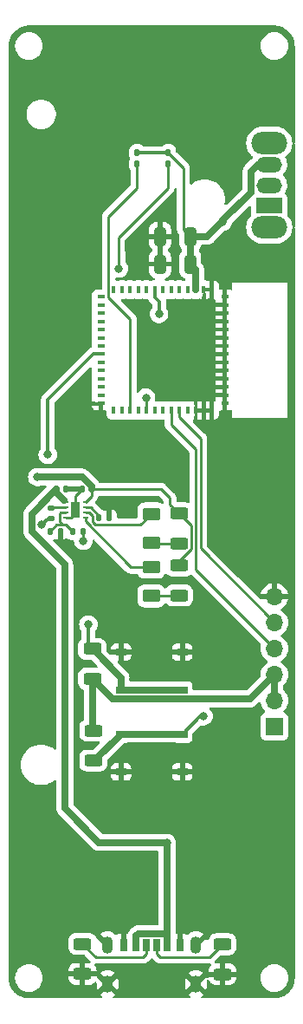
<source format=gbr>
%TF.GenerationSoftware,KiCad,Pcbnew,7.0.2-0*%
%TF.CreationDate,2023-06-17T13:30:50-07:00*%
%TF.ProjectId,camera-clicker,63616d65-7261-42d6-936c-69636b65722e,rev?*%
%TF.SameCoordinates,Original*%
%TF.FileFunction,Copper,L1,Top*%
%TF.FilePolarity,Positive*%
%FSLAX46Y46*%
G04 Gerber Fmt 4.6, Leading zero omitted, Abs format (unit mm)*
G04 Created by KiCad (PCBNEW 7.0.2-0) date 2023-06-17 13:30:50*
%MOMM*%
%LPD*%
G01*
G04 APERTURE LIST*
G04 Aperture macros list*
%AMRoundRect*
0 Rectangle with rounded corners*
0 $1 Rounding radius*
0 $2 $3 $4 $5 $6 $7 $8 $9 X,Y pos of 4 corners*
0 Add a 4 corners polygon primitive as box body*
4,1,4,$2,$3,$4,$5,$6,$7,$8,$9,$2,$3,0*
0 Add four circle primitives for the rounded corners*
1,1,$1+$1,$2,$3*
1,1,$1+$1,$4,$5*
1,1,$1+$1,$6,$7*
1,1,$1+$1,$8,$9*
0 Add four rect primitives between the rounded corners*
20,1,$1+$1,$2,$3,$4,$5,0*
20,1,$1+$1,$4,$5,$6,$7,0*
20,1,$1+$1,$6,$7,$8,$9,0*
20,1,$1+$1,$8,$9,$2,$3,0*%
%AMFreePoly0*
4,1,6,0.500000,-0.100000,0.500000,-0.500000,-0.500000,-0.500000,-0.500000,0.500000,-0.100000,0.500000,0.500000,-0.100000,0.500000,-0.100000,$1*%
G04 Aperture macros list end*
%TA.AperFunction,SMDPad,CuDef*%
%ADD10RoundRect,0.250000X-0.625000X0.375000X-0.625000X-0.375000X0.625000X-0.375000X0.625000X0.375000X0*%
%TD*%
%TA.AperFunction,SMDPad,CuDef*%
%ADD11R,0.400000X0.800000*%
%TD*%
%TA.AperFunction,SMDPad,CuDef*%
%ADD12R,0.800000X0.400000*%
%TD*%
%TA.AperFunction,SMDPad,CuDef*%
%ADD13FreePoly0,0.000000*%
%TD*%
%TA.AperFunction,SMDPad,CuDef*%
%ADD14R,1.000000X1.000000*%
%TD*%
%TA.AperFunction,SMDPad,CuDef*%
%ADD15R,0.500000X0.250000*%
%TD*%
%TA.AperFunction,SMDPad,CuDef*%
%ADD16R,0.900000X1.600000*%
%TD*%
%TA.AperFunction,ComponentPad*%
%ADD17O,3.500000X2.200000*%
%TD*%
%TA.AperFunction,ComponentPad*%
%ADD18R,2.500000X1.500000*%
%TD*%
%TA.AperFunction,ComponentPad*%
%ADD19O,2.500000X1.500000*%
%TD*%
%TA.AperFunction,SMDPad,CuDef*%
%ADD20R,0.700000X1.200000*%
%TD*%
%TA.AperFunction,SMDPad,CuDef*%
%ADD21R,0.760000X1.200000*%
%TD*%
%TA.AperFunction,SMDPad,CuDef*%
%ADD22R,0.800000X1.200000*%
%TD*%
%TA.AperFunction,ComponentPad*%
%ADD23O,1.100000X1.700000*%
%TD*%
%TA.AperFunction,SMDPad,CuDef*%
%ADD24RoundRect,0.250000X-0.625000X0.312500X-0.625000X-0.312500X0.625000X-0.312500X0.625000X0.312500X0*%
%TD*%
%TA.AperFunction,SMDPad,CuDef*%
%ADD25RoundRect,0.140000X-0.140000X-0.170000X0.140000X-0.170000X0.140000X0.170000X-0.140000X0.170000X0*%
%TD*%
%TA.AperFunction,ComponentPad*%
%ADD26R,1.700000X1.700000*%
%TD*%
%TA.AperFunction,ComponentPad*%
%ADD27O,1.700000X1.700000*%
%TD*%
%TA.AperFunction,SMDPad,CuDef*%
%ADD28RoundRect,0.137500X-0.137500X-0.212500X0.137500X-0.212500X0.137500X0.212500X-0.137500X0.212500X0*%
%TD*%
%TA.AperFunction,SMDPad,CuDef*%
%ADD29R,1.000000X0.700000*%
%TD*%
%TA.AperFunction,SMDPad,CuDef*%
%ADD30RoundRect,0.135000X-0.135000X-0.185000X0.135000X-0.185000X0.135000X0.185000X-0.135000X0.185000X0*%
%TD*%
%TA.AperFunction,SMDPad,CuDef*%
%ADD31RoundRect,0.250000X0.325000X0.650000X-0.325000X0.650000X-0.325000X-0.650000X0.325000X-0.650000X0*%
%TD*%
%TA.AperFunction,SMDPad,CuDef*%
%ADD32RoundRect,0.250000X0.625000X-0.312500X0.625000X0.312500X-0.625000X0.312500X-0.625000X-0.312500X0*%
%TD*%
%TA.AperFunction,SMDPad,CuDef*%
%ADD33RoundRect,0.135000X-0.185000X0.135000X-0.185000X-0.135000X0.185000X-0.135000X0.185000X0.135000X0*%
%TD*%
%TA.AperFunction,SMDPad,CuDef*%
%ADD34RoundRect,0.140000X0.140000X0.170000X-0.140000X0.170000X-0.140000X-0.170000X0.140000X-0.170000X0*%
%TD*%
%TA.AperFunction,ViaPad*%
%ADD35C,0.800000*%
%TD*%
%TA.AperFunction,Conductor*%
%ADD36C,0.650000*%
%TD*%
%TA.AperFunction,Conductor*%
%ADD37C,0.250000*%
%TD*%
%TA.AperFunction,Conductor*%
%ADD38C,0.330000*%
%TD*%
G04 APERTURE END LIST*
D10*
%TO.P,D1,1,K*%
%TO.N,Net-(D1-K)*%
X143970000Y-94900000D03*
%TO.P,D1,2,A*%
%TO.N,Net-(D1-A)*%
X143970000Y-97700000D03*
%TD*%
D11*
%TO.P,U2,1,GND*%
%TO.N,GND*%
X149900000Y-67800000D03*
%TO.P,U2,2,GND*%
X149100000Y-67800000D03*
%TO.P,U2,3,3V3*%
%TO.N,+BATT*%
X148300000Y-67800000D03*
%TO.P,U2,4,SENSOR_VP/GPIO36/ADC1_CH0*%
%TO.N,unconnected-(U2-SENSOR_VP{slash}GPIO36{slash}ADC1_CH0-Pad4)*%
X147500000Y-67800000D03*
%TO.P,U2,5,SENSOR_CAPP/GPIO37/ADC1_CH1*%
%TO.N,unconnected-(U2-SENSOR_CAPP{slash}GPIO37{slash}ADC1_CH1-Pad5)*%
X146700000Y-67800000D03*
%TO.P,U2,6,SENSOR_CAPN/GPIO38/ADC1_CH2*%
%TO.N,unconnected-(U2-SENSOR_CAPN{slash}GPIO38{slash}ADC1_CH2-Pad6)*%
X145900000Y-67800000D03*
%TO.P,U2,7,SENSOR_VN/GPIO39/ADC1_CH3*%
%TO.N,unconnected-(U2-SENSOR_VN{slash}GPIO39{slash}ADC1_CH3-Pad7)*%
X145100000Y-67800000D03*
%TO.P,U2,8,EN/CHIP_PU*%
%TO.N,Net-(SW3-B)*%
X144300000Y-67800000D03*
%TO.P,U2,9,VDET_1/GPIO34/ADC1_CH6*%
%TO.N,unconnected-(U2-VDET_1{slash}GPIO34{slash}ADC1_CH6-Pad9)*%
X143500000Y-67800000D03*
%TO.P,U2,10,VDET_2/GPIO35/ADC1_CH7*%
%TO.N,unconnected-(U2-VDET_2{slash}GPIO35{slash}ADC1_CH7-Pad10)*%
X142700000Y-67800000D03*
%TO.P,U2,11,32K_XP/GPIO32/ADC1_CH4*%
%TO.N,unconnected-(U2-32K_XP{slash}GPIO32{slash}ADC1_CH4-Pad11)*%
X141900000Y-67800000D03*
%TO.P,U2,12,32K_XN/GPIO33/ADC1_CH5*%
%TO.N,unconnected-(U2-32K_XN{slash}GPIO33{slash}ADC1_CH5-Pad12)*%
X141100000Y-67800000D03*
%TO.P,U2,13,GPIO25/ADC2_CH8/DAC_1*%
%TO.N,unconnected-(U2-GPIO25{slash}ADC2_CH8{slash}DAC_1-Pad13)*%
X140300000Y-67800000D03*
D12*
%TO.P,U2,14,GPIO26/ADC2_CH9/DAC_2*%
%TO.N,unconnected-(U2-GPIO26{slash}ADC2_CH9{slash}DAC_2-Pad14)*%
X139050000Y-68500000D03*
%TO.P,U2,15,GPIO27/ADC2_CH7*%
%TO.N,unconnected-(U2-GPIO27{slash}ADC2_CH7-Pad15)*%
X139050000Y-69300000D03*
%TO.P,U2,16,MTMS/GPIO14/ADC2_CH6*%
%TO.N,unconnected-(U2-MTMS{slash}GPIO14{slash}ADC2_CH6-Pad16)*%
X139050000Y-70100000D03*
%TO.P,U2,17,MTDI/GPIO12/ADC2_CH5*%
%TO.N,unconnected-(U2-MTDI{slash}GPIO12{slash}ADC2_CH5-Pad17)*%
X139050000Y-70900000D03*
%TO.P,U2,18,MTCK/GPIO13/ADC2_CH4*%
%TO.N,unconnected-(U2-MTCK{slash}GPIO13{slash}ADC2_CH4-Pad18)*%
X139050000Y-71700000D03*
%TO.P,U2,19,MTDO/GPIO15/ADC2_CH3*%
%TO.N,unconnected-(U2-MTDO{slash}GPIO15{slash}ADC2_CH3-Pad19)*%
X139050000Y-72500000D03*
%TO.P,U2,20,GPIO2/ADC2_CH2*%
%TO.N,unconnected-(U2-GPIO2{slash}ADC2_CH2-Pad20)*%
X139050000Y-73300000D03*
%TO.P,U2,21,GPIO0/BOOT/ADC2_CH1*%
%TO.N,Net-(SW2-A)*%
X139050000Y-74100000D03*
%TO.P,U2,22,GPIO4/ADC2_CH0*%
%TO.N,unconnected-(U2-GPIO4{slash}ADC2_CH0-Pad22)*%
X139050000Y-74900000D03*
%TO.P,U2,23,NC*%
%TO.N,unconnected-(U2-NC-Pad23)*%
X139050000Y-75700000D03*
%TO.P,U2,24,NC*%
%TO.N,unconnected-(U2-NC-Pad24)*%
X139050000Y-76500000D03*
%TO.P,U2,25,SD_DATA2/GPIO9*%
%TO.N,unconnected-(U2-SD_DATA2{slash}GPIO9-Pad25)*%
X139050000Y-77300000D03*
%TO.P,U2,26,SD_DATA3/GPIO10*%
%TO.N,unconnected-(U2-SD_DATA3{slash}GPIO10-Pad26)*%
X139050000Y-78100000D03*
%TO.P,U2,27,GND*%
%TO.N,GND*%
X139050000Y-78900000D03*
D11*
%TO.P,U2,28,NC*%
%TO.N,unconnected-(U2-NC-Pad28)*%
X140300000Y-79600000D03*
%TO.P,U2,29,GPIO5*%
%TO.N,unconnected-(U2-GPIO5-Pad29)*%
X141100000Y-79600000D03*
%TO.P,U2,30,GPIO18*%
%TO.N,/SW1*%
X141900000Y-79600000D03*
%TO.P,U2,31,GPIO23*%
%TO.N,unconnected-(U2-GPIO23-Pad31)*%
X142700000Y-79600000D03*
%TO.P,U2,32,GPIO19*%
%TO.N,/SW2*%
X143500000Y-79600000D03*
%TO.P,U2,33,GPIO22*%
%TO.N,unconnected-(U2-GPIO22-Pad33)*%
X144300000Y-79600000D03*
%TO.P,U2,34,GPIO21*%
%TO.N,unconnected-(U2-GPIO21-Pad34)*%
X145100000Y-79600000D03*
%TO.P,U2,35,U0RXD/GPIO3*%
%TO.N,/TX*%
X145900000Y-79600000D03*
%TO.P,U2,36,U0TXD/GPIO1*%
%TO.N,/RX*%
X146700000Y-79600000D03*
%TO.P,U2,37,NC*%
%TO.N,unconnected-(U2-NC-Pad37)*%
X147500000Y-79600000D03*
%TO.P,U2,38,GND*%
%TO.N,GND*%
X148300000Y-79600000D03*
%TO.P,U2,39,GND*%
X149100000Y-79600000D03*
%TO.P,U2,40,GND*%
X149900000Y-79600000D03*
D12*
%TO.P,U2,41,GND*%
X151150000Y-78900000D03*
%TO.P,U2,42,GND*%
X151150000Y-78100000D03*
%TO.P,U2,43,GND*%
X151150000Y-77300000D03*
%TO.P,U2,44,GND*%
X151150000Y-76500000D03*
%TO.P,U2,45,GND*%
X151150000Y-75700000D03*
%TO.P,U2,46,GND*%
X151150000Y-74900000D03*
%TO.P,U2,47,GND*%
X151150000Y-74100000D03*
%TO.P,U2,48,GND*%
X151150000Y-73300000D03*
%TO.P,U2,49,GND*%
X151150000Y-72500000D03*
%TO.P,U2,50,GND*%
X151150000Y-71700000D03*
%TO.P,U2,51,GND*%
X151150000Y-70900000D03*
%TO.P,U2,52,GND*%
X151150000Y-70100000D03*
%TO.P,U2,53,GND*%
X151150000Y-69300000D03*
%TO.P,U2,54,GND*%
X151150000Y-68500000D03*
D13*
%TO.P,U2,55,GND*%
X146600000Y-72200000D03*
D14*
X145100000Y-72200000D03*
X143600000Y-72200000D03*
X146600000Y-73700000D03*
X145100000Y-73700000D03*
X143600000Y-73700000D03*
X146600000Y-75200000D03*
X145100000Y-75200000D03*
X143600000Y-75200000D03*
%TD*%
D15*
%TO.P,U1,1,IN*%
%TO.N,+5V*%
X135610000Y-88550000D03*
%TO.P,U1,2,ISET*%
%TO.N,Net-(U1-ISET)*%
X135610000Y-89050000D03*
%TO.P,U1,3,TS*%
%TO.N,Net-(U1-TS)*%
X135610000Y-89550000D03*
%TO.P,U1,4,GND*%
%TO.N,GND*%
X135610000Y-90050000D03*
%TO.P,U1,5,STAT*%
%TO.N,Net-(D1-K)*%
X137510000Y-90050000D03*
%TO.P,U1,6,/PG*%
%TO.N,Net-(D2-K)*%
X137510000Y-89550000D03*
%TO.P,U1,7,VSET*%
%TO.N,Net-(U1-VSET)*%
X137510000Y-89050000D03*
%TO.P,U1,8,OUT*%
%TO.N,Net-(BT1-+)*%
X137510000Y-88550000D03*
D16*
%TO.P,U1,9,THERM*%
%TO.N,GND*%
X136560000Y-89300000D03*
%TD*%
D17*
%TO.P,SW1,*%
%TO.N,*%
X155500000Y-61700000D03*
X155500000Y-53500000D03*
D18*
%TO.P,SW1,1,A*%
%TO.N,unconnected-(SW1-A-Pad1)*%
X155500000Y-59600000D03*
D19*
%TO.P,SW1,2,B*%
%TO.N,Net-(BT1-+)*%
X155500000Y-57600000D03*
%TO.P,SW1,3,C*%
%TO.N,+BATT*%
X155500000Y-55600000D03*
%TD*%
D20*
%TO.P,J3,A5,CC1*%
%TO.N,Net-(J3-CC1)*%
X144500000Y-131795000D03*
D21*
%TO.P,J3,A9,VBUS*%
%TO.N,+5V*%
X145520000Y-131795000D03*
D22*
%TO.P,J3,A12,GND*%
%TO.N,GND*%
X146750000Y-131795000D03*
D20*
%TO.P,J3,B5,CC2*%
%TO.N,Net-(J3-CC2)*%
X143500000Y-131795000D03*
D21*
%TO.P,J3,B9,VBUS*%
%TO.N,+5V*%
X142480000Y-131795000D03*
D22*
%TO.P,J3,B12,GND*%
%TO.N,GND*%
X141250000Y-131795000D03*
D23*
%TO.P,J3,S1,SHIELD*%
X139680000Y-131795000D03*
X139680000Y-135595000D03*
X148320000Y-131795000D03*
X148320000Y-135595000D03*
%TD*%
D24*
%TO.P,R7,1*%
%TO.N,Net-(J3-CC2)*%
X137240000Y-131677500D03*
%TO.P,R7,2*%
%TO.N,GND*%
X137240000Y-134602500D03*
%TD*%
D25*
%TO.P,C1,1*%
%TO.N,+5V*%
X134680000Y-87300000D03*
%TO.P,C1,2*%
%TO.N,GND*%
X135640000Y-87300000D03*
%TD*%
D26*
%TO.P,J2,1,Pin_1*%
%TO.N,+5V*%
X156000000Y-110450000D03*
D27*
%TO.P,J2,2,Pin_2*%
%TO.N,+BATT*%
X156000000Y-107910000D03*
%TO.P,J2,3,Pin_3*%
X156000000Y-105370000D03*
%TO.P,J2,4,Pin_4*%
%TO.N,/TX*%
X156000000Y-102830000D03*
%TO.P,J2,5,Pin_5*%
%TO.N,/RX*%
X156000000Y-100290000D03*
%TO.P,J2,6,Pin_6*%
%TO.N,GND*%
X156000000Y-97750000D03*
%TD*%
D28*
%TO.P,SW4,1,A*%
%TO.N,+BATT*%
X142565000Y-54450000D03*
%TO.P,SW4,2,B*%
%TO.N,/SW1*%
X142565000Y-55550000D03*
%TO.P,SW4,3,A*%
%TO.N,+BATT*%
X145615000Y-54450000D03*
%TO.P,SW4,4,B*%
%TO.N,/SW2*%
X145615000Y-55550000D03*
%TD*%
D29*
%TO.P,SW3,1,A*%
%TO.N,GND*%
X147000000Y-114890000D03*
X141000000Y-114890000D03*
%TO.P,SW3,2,B*%
%TO.N,Net-(SW3-B)*%
X147000000Y-111190000D03*
X141000000Y-111190000D03*
%TD*%
D10*
%TO.P,D2,1,K*%
%TO.N,Net-(D2-K)*%
X143970000Y-89700000D03*
%TO.P,D2,2,A*%
%TO.N,Net-(D2-A)*%
X143970000Y-92500000D03*
%TD*%
D24*
%TO.P,R10,1*%
%TO.N,+BATT*%
X138300000Y-110847500D03*
%TO.P,R10,2*%
%TO.N,Net-(SW3-B)*%
X138300000Y-113772500D03*
%TD*%
D30*
%TO.P,R6,1*%
%TO.N,Net-(U1-TS)*%
X136260000Y-91400000D03*
%TO.P,R6,2*%
%TO.N,Net-(R6-Pad2)*%
X137280000Y-91400000D03*
%TD*%
D31*
%TO.P,C6,1*%
%TO.N,+BATT*%
X147775000Y-62600000D03*
%TO.P,C6,2*%
%TO.N,GND*%
X144825000Y-62600000D03*
%TD*%
D32*
%TO.P,R3,1*%
%TO.N,Net-(D1-A)*%
X146670000Y-97662500D03*
%TO.P,R3,2*%
%TO.N,Net-(BT1-+)*%
X146670000Y-94737500D03*
%TD*%
D30*
%TO.P,R5,1*%
%TO.N,Net-(U1-TS)*%
X134050000Y-91400000D03*
%TO.P,R5,2*%
%TO.N,GND*%
X135070000Y-91400000D03*
%TD*%
D33*
%TO.P,R2,1*%
%TO.N,Net-(U1-ISET)*%
X134160000Y-89100000D03*
%TO.P,R2,2*%
%TO.N,GND*%
X134160000Y-90120000D03*
%TD*%
D31*
%TO.P,C7,1*%
%TO.N,+BATT*%
X147775000Y-65300000D03*
%TO.P,C7,2*%
%TO.N,GND*%
X144825000Y-65300000D03*
%TD*%
D34*
%TO.P,C2,1*%
%TO.N,Net-(BT1-+)*%
X138130000Y-87300000D03*
%TO.P,C2,2*%
%TO.N,GND*%
X137170000Y-87300000D03*
%TD*%
D29*
%TO.P,SW2,1,A*%
%TO.N,Net-(SW2-A)*%
X147000000Y-106880000D03*
X141000000Y-106880000D03*
%TO.P,SW2,2,B*%
%TO.N,GND*%
X147000000Y-103180000D03*
X141000000Y-103180000D03*
%TD*%
D24*
%TO.P,R8,1*%
%TO.N,Net-(J3-CC1)*%
X150930000Y-131717500D03*
%TO.P,R8,2*%
%TO.N,GND*%
X150930000Y-134642500D03*
%TD*%
D32*
%TO.P,R11,1*%
%TO.N,+BATT*%
X138190000Y-105802500D03*
%TO.P,R11,2*%
%TO.N,Net-(SW2-A)*%
X138190000Y-102877500D03*
%TD*%
D30*
%TO.P,R1,1*%
%TO.N,Net-(U1-VSET)*%
X138850000Y-90100000D03*
%TO.P,R1,2*%
%TO.N,GND*%
X139870000Y-90100000D03*
%TD*%
D32*
%TO.P,R4,1*%
%TO.N,Net-(D2-A)*%
X146670000Y-92562500D03*
%TO.P,R4,2*%
%TO.N,Net-(BT1-+)*%
X146670000Y-89637500D03*
%TD*%
D35*
%TO.N,Net-(BT1-+)*%
X132820000Y-86100000D03*
%TO.N,GND*%
X142640000Y-63890000D03*
X136550000Y-89210000D03*
X146330000Y-66440000D03*
X139230000Y-88570000D03*
X141640000Y-83800000D03*
X133210000Y-90780000D03*
X137360000Y-94050000D03*
%TO.N,+5V*%
X145480000Y-121830000D03*
%TO.N,+BATT*%
X150970000Y-61150000D03*
%TO.N,Net-(R6-Pad2)*%
X137310000Y-92320000D03*
%TO.N,Net-(SW3-B)*%
X149070000Y-109460000D03*
X144730000Y-70170000D03*
%TO.N,Net-(SW2-A)*%
X133840000Y-83920000D03*
X137810000Y-100490000D03*
%TO.N,/SW2*%
X143460000Y-78340000D03*
X140810000Y-65750000D03*
%TD*%
D36*
%TO.N,Net-(BT1-+)*%
X137220452Y-86100000D02*
X138130000Y-87009548D01*
D37*
X147870000Y-90837500D02*
X146670000Y-89637500D01*
X147870000Y-93113173D02*
X147870000Y-90837500D01*
X145782500Y-88750000D02*
X145782500Y-88142500D01*
X137510000Y-88550000D02*
X138130000Y-87930000D01*
X145782500Y-88142500D02*
X144940000Y-87300000D01*
X146670000Y-94737500D02*
X146670000Y-94313173D01*
X144940000Y-87300000D02*
X138130000Y-87300000D01*
D36*
X132820000Y-86100000D02*
X137220452Y-86100000D01*
D37*
X138130000Y-87930000D02*
X138130000Y-87300000D01*
X146670000Y-89637500D02*
X145782500Y-88750000D01*
D36*
X138130000Y-87009548D02*
X138130000Y-87300000D01*
D37*
X146670000Y-94313173D02*
X147870000Y-93113173D01*
%TO.N,GND*%
X136560000Y-89600000D02*
X136560000Y-89300000D01*
X151150000Y-74900000D02*
X151150000Y-75700000D01*
D38*
X134160000Y-90120000D02*
X133870000Y-90120000D01*
D37*
X151150000Y-73300000D02*
X151150000Y-74100000D01*
X151150000Y-74100000D02*
X151150000Y-74900000D01*
X151150000Y-75700000D02*
X151150000Y-76500000D01*
X136110000Y-90050000D02*
X136560000Y-89600000D01*
X151150000Y-77300000D02*
X151150000Y-76500000D01*
X136560000Y-89240000D02*
X136560000Y-89300000D01*
D38*
X133870000Y-90120000D02*
X133210000Y-90780000D01*
D37*
X136550000Y-89210000D02*
X136560000Y-89220000D01*
X137170000Y-87300000D02*
X136560000Y-87910000D01*
X136560000Y-87910000D02*
X136560000Y-89200000D01*
X135610000Y-90050000D02*
X136110000Y-90050000D01*
X136560000Y-89200000D02*
X136550000Y-89210000D01*
X151150000Y-78900000D02*
X151150000Y-78100000D01*
X136560000Y-89220000D02*
X136560000Y-89240000D01*
X151150000Y-78100000D02*
X151150000Y-77300000D01*
D36*
%TO.N,+5V*%
X134680000Y-87590452D02*
X135294548Y-88205000D01*
X142700000Y-130670000D02*
X142480000Y-130890000D01*
X135294548Y-88205000D02*
X135294548Y-88234548D01*
X145480000Y-121830000D02*
X145425000Y-121775000D01*
X132285000Y-89695000D02*
X132285000Y-91435000D01*
X145480000Y-121830000D02*
X145520000Y-121870000D01*
X138828984Y-121775000D02*
X145425000Y-121775000D01*
X132285000Y-91435000D02*
X135500000Y-94650000D01*
X135500000Y-118446016D02*
X138828984Y-121775000D01*
X134680000Y-87300000D02*
X134680000Y-87590452D01*
X145375000Y-130670000D02*
X142700000Y-130670000D01*
X135500000Y-94650000D02*
X135500000Y-118446016D01*
X142480000Y-130890000D02*
X142480000Y-131795000D01*
X134680000Y-87300000D02*
X132285000Y-89695000D01*
X145520000Y-130815000D02*
X145375000Y-130670000D01*
X135294548Y-88234548D02*
X135460000Y-88400000D01*
X145520000Y-131795000D02*
X145520000Y-130815000D01*
X145520000Y-121870000D02*
X145520000Y-131795000D01*
%TO.N,+BATT*%
X148300000Y-67800000D02*
X148300000Y-65825000D01*
X138190000Y-110737500D02*
X138300000Y-110847500D01*
X147775000Y-65300000D02*
X147775000Y-62600000D01*
X147775000Y-62600000D02*
X149410000Y-62600000D01*
X153725000Y-56245000D02*
X154370000Y-55600000D01*
X150970000Y-61040000D02*
X153725000Y-58285000D01*
X150860000Y-61150000D02*
X150970000Y-61150000D01*
D38*
X145615000Y-54450000D02*
X142565000Y-54450000D01*
D36*
X156000000Y-105370000D02*
X156000000Y-107910000D01*
D37*
X147775000Y-62600000D02*
X147100000Y-61925000D01*
D36*
X156000000Y-105370000D02*
X153615000Y-107755000D01*
X153615000Y-107755000D02*
X140142500Y-107755000D01*
D37*
X147100000Y-61925000D02*
X147100000Y-55935000D01*
D36*
X154370000Y-55600000D02*
X155500000Y-55600000D01*
X148300000Y-65825000D02*
X147775000Y-65300000D01*
X150970000Y-61150000D02*
X150970000Y-61040000D01*
X153725000Y-58285000D02*
X153725000Y-56245000D01*
X149410000Y-62600000D02*
X150860000Y-61150000D01*
X140142500Y-107755000D02*
X138190000Y-105802500D01*
D37*
X147100000Y-55935000D02*
X145615000Y-54450000D01*
D36*
X138190000Y-105802500D02*
X138190000Y-110737500D01*
D37*
%TO.N,Net-(D1-K)*%
X137510000Y-90050000D02*
X137510000Y-90425000D01*
X141985000Y-94900000D02*
X143970000Y-94900000D01*
X137510000Y-90425000D02*
X141985000Y-94900000D01*
%TO.N,Net-(D1-A)*%
X144007500Y-97662500D02*
X143970000Y-97700000D01*
X146670000Y-97662500D02*
X144007500Y-97662500D01*
%TO.N,Net-(D2-K)*%
X138255000Y-89906396D02*
X138255000Y-90515000D01*
X142925000Y-90745000D02*
X143970000Y-89700000D01*
X138485000Y-90745000D02*
X142925000Y-90745000D01*
X138255000Y-90515000D02*
X138485000Y-90745000D01*
X137510000Y-89550000D02*
X137898604Y-89550000D01*
X137898604Y-89550000D02*
X138255000Y-89906396D01*
%TO.N,Net-(D2-A)*%
X144032500Y-92562500D02*
X143970000Y-92500000D01*
X146670000Y-92562500D02*
X144032500Y-92562500D01*
%TO.N,Net-(J3-CC1)*%
X144500000Y-131795000D02*
X144500000Y-132645000D01*
X149677500Y-132970000D02*
X150930000Y-131717500D01*
X144825000Y-132970000D02*
X149677500Y-132970000D01*
X144500000Y-132645000D02*
X144825000Y-132970000D01*
%TO.N,Net-(J3-CC2)*%
X143500000Y-131795000D02*
X143500000Y-132645000D01*
X138532500Y-132970000D02*
X137240000Y-131677500D01*
X143500000Y-132645000D02*
X143175000Y-132970000D01*
X143175000Y-132970000D02*
X138532500Y-132970000D01*
%TO.N,/TX*%
X148320000Y-83395000D02*
X145900000Y-80975000D01*
X145900000Y-80975000D02*
X145900000Y-79600000D01*
X148320000Y-95150000D02*
X148320000Y-83395000D01*
X156000000Y-102830000D02*
X148320000Y-95150000D01*
%TO.N,/RX*%
X148770000Y-93060000D02*
X148770000Y-82320000D01*
X148770000Y-93060000D02*
X156000000Y-100290000D01*
X148770000Y-82320000D02*
X146700000Y-80250000D01*
X146700000Y-80250000D02*
X146700000Y-79600000D01*
%TO.N,Net-(U1-VSET)*%
X138850000Y-89865000D02*
X138850000Y-90100000D01*
X137510000Y-89050000D02*
X138035000Y-89050000D01*
X138035000Y-89050000D02*
X138850000Y-89865000D01*
%TO.N,Net-(U1-ISET)*%
X134210000Y-89050000D02*
X134160000Y-89100000D01*
X135610000Y-89050000D02*
X134210000Y-89050000D01*
%TO.N,Net-(U1-TS)*%
X134702500Y-90747500D02*
X135282500Y-90747500D01*
X135035000Y-90500000D02*
X135282500Y-90747500D01*
X135085000Y-89550000D02*
X135035000Y-89600000D01*
X135610000Y-89550000D02*
X135085000Y-89550000D01*
X134050000Y-91400000D02*
X134702500Y-90747500D01*
X135035000Y-89600000D02*
X135035000Y-90500000D01*
X135295000Y-90760000D02*
X135620000Y-90760000D01*
X135620000Y-90760000D02*
X136260000Y-91400000D01*
X135282500Y-90747500D02*
X135295000Y-90760000D01*
%TO.N,Net-(R6-Pad2)*%
X137310000Y-92320000D02*
X137310000Y-91430000D01*
X137310000Y-91430000D02*
X137280000Y-91400000D01*
D36*
%TO.N,Net-(SW3-B)*%
X147000000Y-111190000D02*
X141000000Y-111190000D01*
D38*
X144300000Y-68530000D02*
X144760000Y-68990000D01*
X148730000Y-109460000D02*
X147000000Y-111190000D01*
X144300000Y-67800000D02*
X144300000Y-68530000D01*
D36*
X138300000Y-113772500D02*
X138417500Y-113772500D01*
D38*
X144730000Y-70170000D02*
X144760000Y-70200000D01*
X144760000Y-68990000D02*
X144730000Y-70170000D01*
X149070000Y-109460000D02*
X148730000Y-109460000D01*
D36*
X138417500Y-113772500D02*
X141000000Y-111190000D01*
D38*
%TO.N,Net-(SW2-A)*%
X137810000Y-100490000D02*
X137810000Y-102497500D01*
X139050000Y-74100000D02*
X138320000Y-74100000D01*
X137810000Y-102497500D02*
X138190000Y-102877500D01*
D36*
X141000000Y-105687500D02*
X138190000Y-102877500D01*
X141000000Y-106880000D02*
X141000000Y-105687500D01*
X141000000Y-106880000D02*
X147000000Y-106880000D01*
D38*
X133840000Y-78580000D02*
X133840000Y-83920000D01*
X133840000Y-83920000D02*
X133840000Y-83850000D01*
X138320000Y-74100000D02*
X133840000Y-78580000D01*
D37*
%TO.N,/SW1*%
X142565000Y-57850000D02*
X142565000Y-55550000D01*
X141900000Y-79600000D02*
X141900000Y-70650000D01*
X139775000Y-68525000D02*
X139775000Y-60640000D01*
X141900000Y-70650000D02*
X139775000Y-68525000D01*
X139775000Y-60640000D02*
X142565000Y-57850000D01*
%TO.N,/SW2*%
X143460000Y-79560000D02*
X143500000Y-79600000D01*
X145615000Y-57850000D02*
X145615000Y-55550000D01*
X140770000Y-62695000D02*
X140810000Y-65750000D01*
X143460000Y-78340000D02*
X143460000Y-79560000D01*
X145615000Y-57850000D02*
X140770000Y-62695000D01*
%TD*%
%TA.AperFunction,Conductor*%
%TO.N,GND*%
G36*
X133315703Y-90332986D02*
G01*
X133353477Y-90391764D01*
X133353576Y-90392104D01*
X133387593Y-90509192D01*
X133462932Y-90636583D01*
X133480115Y-90704307D01*
X133457955Y-90770569D01*
X133443882Y-90787384D01*
X133408865Y-90822401D01*
X133341232Y-90936763D01*
X133290163Y-90984447D01*
X133221421Y-90996950D01*
X133156832Y-90970304D01*
X133116902Y-90912969D01*
X133110500Y-90873642D01*
X133110500Y-90426699D01*
X133130185Y-90359660D01*
X133182989Y-90313905D01*
X133252147Y-90303961D01*
X133315703Y-90332986D01*
G37*
%TD.AperFunction*%
%TA.AperFunction,Conductor*%
G36*
X134352539Y-89890184D02*
G01*
X134398294Y-89942988D01*
X134409500Y-89994499D01*
X134409500Y-90123352D01*
X134389815Y-90190391D01*
X134348623Y-90230083D01*
X134316079Y-90249330D01*
X134301910Y-90263498D01*
X134287122Y-90276128D01*
X134270913Y-90287905D01*
X134243072Y-90321558D01*
X134235223Y-90330184D01*
X134231737Y-90333670D01*
X134170421Y-90367162D01*
X134144046Y-90370000D01*
X134034000Y-90370000D01*
X133966961Y-90350315D01*
X133921206Y-90297511D01*
X133910000Y-90246000D01*
X133909999Y-89994499D01*
X133929683Y-89927460D01*
X133982487Y-89881705D01*
X134033995Y-89870499D01*
X134285500Y-89870499D01*
X134352539Y-89890184D01*
G37*
%TD.AperFunction*%
%TA.AperFunction,Conductor*%
G36*
X144696587Y-87945185D02*
G01*
X144717229Y-87961819D01*
X145120681Y-88365271D01*
X145154166Y-88426594D01*
X145157000Y-88452952D01*
X145157000Y-88567689D01*
X145137315Y-88634728D01*
X145084511Y-88680483D01*
X145015353Y-88690427D01*
X144967904Y-88673228D01*
X144914334Y-88640186D01*
X144747797Y-88585000D01*
X144648141Y-88574819D01*
X144648122Y-88574818D01*
X144645009Y-88574500D01*
X144641860Y-88574500D01*
X143298140Y-88574500D01*
X143298120Y-88574500D01*
X143294992Y-88574501D01*
X143291860Y-88574820D01*
X143291858Y-88574821D01*
X143192203Y-88585000D01*
X143025665Y-88640186D01*
X142876342Y-88732288D01*
X142752288Y-88856342D01*
X142660186Y-89005665D01*
X142605000Y-89172202D01*
X142594819Y-89271858D01*
X142594817Y-89271878D01*
X142594500Y-89274991D01*
X142594500Y-89685472D01*
X142594501Y-89995500D01*
X142574817Y-90062539D01*
X142522013Y-90108294D01*
X142470501Y-90119500D01*
X140764000Y-90119500D01*
X140696961Y-90099815D01*
X140651206Y-90047011D01*
X140640000Y-89995500D01*
X140640000Y-89853317D01*
X140639808Y-89848437D01*
X140637166Y-89814871D01*
X140592406Y-89660807D01*
X140510735Y-89522709D01*
X140397290Y-89409264D01*
X140259192Y-89327593D01*
X140120001Y-89287153D01*
X140120000Y-89287154D01*
X140120000Y-89995500D01*
X140100315Y-90062539D01*
X140047511Y-90108294D01*
X139996000Y-90119500D01*
X139744500Y-90119500D01*
X139677461Y-90099815D01*
X139631706Y-90047011D01*
X139620500Y-89995501D01*
X139620499Y-89853243D01*
X139620499Y-89850820D01*
X139620308Y-89848403D01*
X139620213Y-89845962D01*
X139620323Y-89847834D01*
X139620000Y-89839607D01*
X139620000Y-89287154D01*
X139619998Y-89287153D01*
X139480807Y-89327593D01*
X139423611Y-89361419D01*
X139355887Y-89378601D01*
X139297370Y-89361418D01*
X139239395Y-89327132D01*
X139239394Y-89327131D01*
X139239393Y-89327131D01*
X139209817Y-89318538D01*
X139156734Y-89287144D01*
X138535802Y-88666211D01*
X138522907Y-88650115D01*
X138512334Y-88640186D01*
X138498377Y-88627080D01*
X138462984Y-88566841D01*
X138465776Y-88497027D01*
X138495579Y-88449010D01*
X138513789Y-88430800D01*
X138529885Y-88417906D01*
X138531873Y-88415787D01*
X138531877Y-88415786D01*
X138577949Y-88366723D01*
X138580534Y-88364055D01*
X138600120Y-88344471D01*
X138602585Y-88341292D01*
X138610167Y-88332416D01*
X138640062Y-88300582D01*
X138649717Y-88283018D01*
X138660394Y-88266764D01*
X138672673Y-88250936D01*
X138690018Y-88210852D01*
X138695160Y-88200356D01*
X138704884Y-88182669D01*
X138716197Y-88162092D01*
X138721179Y-88142684D01*
X138727481Y-88124280D01*
X138735437Y-88105896D01*
X138742269Y-88062752D01*
X138744636Y-88051328D01*
X138746551Y-88043873D01*
X138753024Y-88018660D01*
X138788763Y-87958623D01*
X138851288Y-87927439D01*
X138873128Y-87925500D01*
X144629548Y-87925500D01*
X144696587Y-87945185D01*
G37*
%TD.AperFunction*%
%TA.AperFunction,Conductor*%
G36*
X137018696Y-87069685D02*
G01*
X137039338Y-87086319D01*
X137274448Y-87321429D01*
X137307933Y-87382752D01*
X137310040Y-87395703D01*
X137311877Y-87412593D01*
X137299557Y-87481367D01*
X137252009Y-87532563D01*
X137188604Y-87550000D01*
X135858343Y-87550000D01*
X135791304Y-87530315D01*
X135770662Y-87513681D01*
X135538834Y-87281852D01*
X135505349Y-87220529D01*
X135504736Y-87217535D01*
X135500866Y-87197364D01*
X135507566Y-87127817D01*
X135550803Y-87072932D01*
X135616849Y-87050136D01*
X135622645Y-87050000D01*
X136951657Y-87050000D01*
X137018696Y-87069685D01*
G37*
%TD.AperFunction*%
%TA.AperFunction,Conductor*%
G36*
X146398137Y-57884722D02*
G01*
X146452470Y-57928651D01*
X146474428Y-57994981D01*
X146474500Y-57999207D01*
X146474500Y-61842256D01*
X146472235Y-61862766D01*
X146474439Y-61932872D01*
X146474500Y-61936767D01*
X146474500Y-61964350D01*
X146474988Y-61968219D01*
X146474989Y-61968225D01*
X146475004Y-61968343D01*
X146475918Y-61979967D01*
X146477290Y-62023626D01*
X146482879Y-62042860D01*
X146486825Y-62061916D01*
X146489335Y-62081792D01*
X146505414Y-62122404D01*
X146509197Y-62133451D01*
X146521382Y-62175391D01*
X146531580Y-62192635D01*
X146540136Y-62210100D01*
X146547514Y-62228732D01*
X146547515Y-62228733D01*
X146573180Y-62264059D01*
X146579593Y-62273822D01*
X146601826Y-62311416D01*
X146601829Y-62311419D01*
X146601830Y-62311420D01*
X146615995Y-62325585D01*
X146628627Y-62340375D01*
X146640406Y-62356587D01*
X146654540Y-62368279D01*
X146693647Y-62426177D01*
X146699500Y-62463823D01*
X146699500Y-63296858D01*
X146699500Y-63296877D01*
X146699501Y-63300008D01*
X146699820Y-63303140D01*
X146699821Y-63303141D01*
X146710000Y-63402796D01*
X146765186Y-63569334D01*
X146857286Y-63718654D01*
X146857287Y-63718655D01*
X146857288Y-63718656D01*
X146913182Y-63774550D01*
X146946666Y-63835871D01*
X146949500Y-63862230D01*
X146949500Y-64037768D01*
X146929815Y-64104807D01*
X146913183Y-64125448D01*
X146857287Y-64181345D01*
X146765186Y-64330665D01*
X146710000Y-64497202D01*
X146699819Y-64596858D01*
X146699817Y-64596878D01*
X146699500Y-64599991D01*
X146699500Y-64603138D01*
X146699500Y-64603139D01*
X146699500Y-65996859D01*
X146699500Y-65996878D01*
X146699501Y-66000008D01*
X146699820Y-66003140D01*
X146699821Y-66003141D01*
X146710000Y-66102796D01*
X146765186Y-66269334D01*
X146857288Y-66418657D01*
X146981342Y-66542711D01*
X146981344Y-66542712D01*
X147130666Y-66634814D01*
X147220708Y-66664651D01*
X147278152Y-66704422D01*
X147304975Y-66768938D01*
X147292660Y-66837714D01*
X147245117Y-66888914D01*
X147194964Y-66905645D01*
X147192518Y-66905907D01*
X147143332Y-66924253D01*
X147073640Y-66929237D01*
X147056667Y-66924253D01*
X147007484Y-66905909D01*
X146951166Y-66899854D01*
X146951165Y-66899853D01*
X146947873Y-66899500D01*
X146944550Y-66899500D01*
X146455439Y-66899500D01*
X146455420Y-66899500D01*
X146452128Y-66899501D01*
X146448848Y-66899853D01*
X146448840Y-66899854D01*
X146392514Y-66905909D01*
X146343332Y-66924253D01*
X146273640Y-66929237D01*
X146256667Y-66924253D01*
X146207484Y-66905909D01*
X146151166Y-66899854D01*
X146151165Y-66899853D01*
X146147873Y-66899500D01*
X146144550Y-66899500D01*
X145655439Y-66899500D01*
X145655420Y-66899500D01*
X145652128Y-66899501D01*
X145648848Y-66899853D01*
X145648840Y-66899854D01*
X145592514Y-66905909D01*
X145543332Y-66924253D01*
X145473640Y-66929237D01*
X145456667Y-66924253D01*
X145407480Y-66905907D01*
X145403837Y-66905516D01*
X145339287Y-66878776D01*
X145299440Y-66821382D01*
X145296949Y-66751557D01*
X145332603Y-66691469D01*
X145378093Y-66664521D01*
X145469121Y-66634357D01*
X145618345Y-66542316D01*
X145742316Y-66418345D01*
X145834357Y-66269122D01*
X145889506Y-66102696D01*
X145899680Y-66003109D01*
X145900000Y-65996831D01*
X145900000Y-65550000D01*
X143750001Y-65550000D01*
X143750001Y-65996829D01*
X143750321Y-66003111D01*
X143760493Y-66102695D01*
X143815642Y-66269122D01*
X143907683Y-66418345D01*
X144031654Y-66542316D01*
X144180877Y-66634357D01*
X144251605Y-66657794D01*
X144309050Y-66697566D01*
X144335873Y-66762082D01*
X144323558Y-66830858D01*
X144276015Y-66882058D01*
X144212602Y-66899500D01*
X144055439Y-66899500D01*
X144055420Y-66899500D01*
X144052128Y-66899501D01*
X144048848Y-66899853D01*
X144048840Y-66899854D01*
X143992514Y-66905909D01*
X143943332Y-66924253D01*
X143873640Y-66929237D01*
X143856667Y-66924253D01*
X143807484Y-66905909D01*
X143751166Y-66899854D01*
X143751165Y-66899853D01*
X143747873Y-66899500D01*
X143744550Y-66899500D01*
X143255439Y-66899500D01*
X143255420Y-66899500D01*
X143252128Y-66899501D01*
X143248848Y-66899853D01*
X143248840Y-66899854D01*
X143192514Y-66905909D01*
X143143332Y-66924253D01*
X143073640Y-66929237D01*
X143056667Y-66924253D01*
X143007484Y-66905909D01*
X142951166Y-66899854D01*
X142951165Y-66899853D01*
X142947873Y-66899500D01*
X142944550Y-66899500D01*
X142455439Y-66899500D01*
X142455420Y-66899500D01*
X142452128Y-66899501D01*
X142448848Y-66899853D01*
X142448840Y-66899854D01*
X142392514Y-66905909D01*
X142343332Y-66924253D01*
X142273640Y-66929237D01*
X142256667Y-66924253D01*
X142207484Y-66905909D01*
X142151166Y-66899854D01*
X142151165Y-66899853D01*
X142147873Y-66899500D01*
X142144550Y-66899500D01*
X141655439Y-66899500D01*
X141655420Y-66899500D01*
X141652128Y-66899501D01*
X141648848Y-66899853D01*
X141648840Y-66899854D01*
X141592514Y-66905909D01*
X141543332Y-66924253D01*
X141473640Y-66929237D01*
X141456667Y-66924253D01*
X141407484Y-66905909D01*
X141351166Y-66899854D01*
X141351165Y-66899853D01*
X141347873Y-66899500D01*
X141344550Y-66899500D01*
X140855439Y-66899500D01*
X140855420Y-66899500D01*
X140852128Y-66899501D01*
X140848848Y-66899853D01*
X140848840Y-66899854D01*
X140792514Y-66905909D01*
X140743332Y-66924253D01*
X140673640Y-66929237D01*
X140656667Y-66924253D01*
X140607484Y-66905909D01*
X140551166Y-66899854D01*
X140551165Y-66899853D01*
X140547873Y-66899500D01*
X140544551Y-66899500D01*
X140524500Y-66899500D01*
X140457461Y-66879815D01*
X140411706Y-66827011D01*
X140400500Y-66775500D01*
X140400500Y-66736703D01*
X140420185Y-66669664D01*
X140472989Y-66623909D01*
X140542147Y-66613965D01*
X140550281Y-66615413D01*
X140715352Y-66650500D01*
X140715354Y-66650500D01*
X140904648Y-66650500D01*
X141029748Y-66623909D01*
X141089803Y-66611144D01*
X141262730Y-66534151D01*
X141415871Y-66422888D01*
X141542533Y-66282216D01*
X141637179Y-66118284D01*
X141695674Y-65938256D01*
X141715460Y-65750000D01*
X141695674Y-65561744D01*
X141661334Y-65456058D01*
X141637179Y-65381715D01*
X141542533Y-65217784D01*
X141458130Y-65124045D01*
X141427900Y-65061054D01*
X141426931Y-65050000D01*
X143750000Y-65050000D01*
X144575000Y-65050000D01*
X144575000Y-62850000D01*
X145075000Y-62850000D01*
X145075000Y-65050000D01*
X145899999Y-65050000D01*
X145899999Y-64603170D01*
X145899678Y-64596888D01*
X145889506Y-64497304D01*
X145834357Y-64330877D01*
X145742316Y-64181654D01*
X145618345Y-64057683D01*
X145614870Y-64055540D01*
X145568144Y-64003594D01*
X145556920Y-63934631D01*
X145584762Y-63870548D01*
X145614870Y-63844460D01*
X145618345Y-63842316D01*
X145742316Y-63718345D01*
X145834357Y-63569122D01*
X145889506Y-63402696D01*
X145899680Y-63303109D01*
X145900000Y-63296831D01*
X145900000Y-62850000D01*
X145075000Y-62850000D01*
X144575000Y-62850000D01*
X143750001Y-62850000D01*
X143750001Y-63296829D01*
X143750321Y-63303111D01*
X143760493Y-63402695D01*
X143815642Y-63569122D01*
X143907683Y-63718345D01*
X144031654Y-63842316D01*
X144035127Y-63844458D01*
X144081854Y-63896403D01*
X144093079Y-63965366D01*
X144065239Y-64029449D01*
X144035137Y-64055534D01*
X144031657Y-64057680D01*
X143907683Y-64181654D01*
X143815642Y-64330877D01*
X143760493Y-64497303D01*
X143750319Y-64596890D01*
X143750000Y-64603168D01*
X143750000Y-65050000D01*
X141426931Y-65050000D01*
X141426292Y-65042708D01*
X141399585Y-63002995D01*
X141418390Y-62935708D01*
X141435889Y-62913699D01*
X141999588Y-62350000D01*
X143750000Y-62350000D01*
X144575000Y-62350000D01*
X144575000Y-61200000D01*
X145075000Y-61200000D01*
X145075000Y-62350000D01*
X145899999Y-62350000D01*
X145899999Y-61903170D01*
X145899678Y-61896888D01*
X145889506Y-61797304D01*
X145834357Y-61630877D01*
X145742316Y-61481654D01*
X145618345Y-61357683D01*
X145469122Y-61265642D01*
X145302696Y-61210493D01*
X145203109Y-61200319D01*
X145196832Y-61200000D01*
X145075000Y-61200000D01*
X144575000Y-61200000D01*
X144453171Y-61200000D01*
X144446888Y-61200321D01*
X144347304Y-61210493D01*
X144180877Y-61265642D01*
X144031654Y-61357683D01*
X143907683Y-61481654D01*
X143815642Y-61630877D01*
X143760493Y-61797303D01*
X143750319Y-61896890D01*
X143750000Y-61903168D01*
X143750000Y-62350000D01*
X141999588Y-62350000D01*
X145998786Y-58350802D01*
X146014886Y-58337905D01*
X146016874Y-58335787D01*
X146016877Y-58335786D01*
X146062964Y-58286707D01*
X146065549Y-58284039D01*
X146085120Y-58264470D01*
X146087565Y-58261316D01*
X146095154Y-58252429D01*
X146125062Y-58220582D01*
X146134713Y-58203026D01*
X146145393Y-58186767D01*
X146157674Y-58170936D01*
X146175018Y-58130851D01*
X146180160Y-58120356D01*
X146201197Y-58082092D01*
X146206178Y-58062688D01*
X146212481Y-58044282D01*
X146220438Y-58025895D01*
X146227270Y-57982748D01*
X146229640Y-57971308D01*
X146230401Y-57968347D01*
X146266150Y-57908316D01*
X146328680Y-57877142D01*
X146398137Y-57884722D01*
G37*
%TD.AperFunction*%
%TA.AperFunction,Conductor*%
G36*
X156004042Y-42000764D02*
G01*
X156083743Y-42005988D01*
X156261590Y-42018709D01*
X156276904Y-42020772D01*
X156389441Y-42043157D01*
X156530277Y-42073794D01*
X156543690Y-42077518D01*
X156657725Y-42116228D01*
X156661074Y-42117420D01*
X156788808Y-42165062D01*
X156800300Y-42170024D01*
X156910687Y-42224461D01*
X156915187Y-42226798D01*
X157032478Y-42290844D01*
X157041942Y-42296574D01*
X157145269Y-42365615D01*
X157150688Y-42369450D01*
X157256727Y-42448830D01*
X157264145Y-42454844D01*
X157357976Y-42537131D01*
X157363898Y-42542678D01*
X157457320Y-42636100D01*
X157462867Y-42642022D01*
X157545150Y-42735848D01*
X157551173Y-42743278D01*
X157588691Y-42793396D01*
X157630548Y-42849310D01*
X157634383Y-42854729D01*
X157703424Y-42958056D01*
X157709154Y-42967520D01*
X157773183Y-43084779D01*
X157775564Y-43089363D01*
X157829969Y-43199687D01*
X157834938Y-43211196D01*
X157882556Y-43338863D01*
X157883793Y-43342338D01*
X157922470Y-43456276D01*
X157926217Y-43469777D01*
X157956847Y-43610580D01*
X157979230Y-43723107D01*
X157981290Y-43738414D01*
X157994017Y-43916350D01*
X157999235Y-43995955D01*
X157999500Y-44004051D01*
X157999500Y-53444956D01*
X157982506Y-53502828D01*
X157996851Y-53529551D01*
X157999500Y-53555043D01*
X157999500Y-61644956D01*
X157982506Y-61702828D01*
X157996851Y-61729551D01*
X157999500Y-61755043D01*
X157999500Y-134995947D01*
X157999234Y-135004058D01*
X157994017Y-135083648D01*
X157981291Y-135261574D01*
X157979225Y-135276916D01*
X157956851Y-135389402D01*
X157926212Y-135530244D01*
X157922473Y-135543714D01*
X157883793Y-135657660D01*
X157882556Y-135661135D01*
X157834938Y-135788802D01*
X157829969Y-135800311D01*
X157775564Y-135910635D01*
X157773183Y-135915219D01*
X157709154Y-136032478D01*
X157703424Y-136041942D01*
X157634383Y-136145269D01*
X157630548Y-136150688D01*
X157551181Y-136256711D01*
X157545142Y-136264160D01*
X157462867Y-136357976D01*
X157457320Y-136363898D01*
X157363898Y-136457320D01*
X157357976Y-136462867D01*
X157264160Y-136545142D01*
X157256711Y-136551181D01*
X157150688Y-136630548D01*
X157145269Y-136634383D01*
X157041942Y-136703424D01*
X157032478Y-136709154D01*
X156915219Y-136773183D01*
X156910635Y-136775564D01*
X156800311Y-136829969D01*
X156788802Y-136834938D01*
X156661135Y-136882556D01*
X156657660Y-136883793D01*
X156543722Y-136922470D01*
X156530221Y-136926217D01*
X156389419Y-136956847D01*
X156342048Y-136966270D01*
X156276896Y-136979229D01*
X156261584Y-136981290D01*
X156083649Y-136994017D01*
X156060221Y-136995552D01*
X156004030Y-136999235D01*
X155995948Y-136999500D01*
X148975846Y-136999500D01*
X148908807Y-136979815D01*
X148863052Y-136927011D01*
X148853108Y-136857853D01*
X148882133Y-136794297D01*
X148897181Y-136779647D01*
X149036639Y-136665194D01*
X149036639Y-136665193D01*
X148506820Y-136135372D01*
X148579484Y-136055666D01*
X148620000Y-135951080D01*
X148620000Y-135595000D01*
X148673553Y-135595000D01*
X149313980Y-136235427D01*
X149354807Y-136100837D01*
X149369701Y-135949622D01*
X149370000Y-135943538D01*
X149370000Y-135286157D01*
X149389685Y-135219118D01*
X149442489Y-135173363D01*
X149511647Y-135163419D01*
X149575203Y-135192444D01*
X149611706Y-135247154D01*
X149620642Y-135274121D01*
X149712683Y-135423345D01*
X149836654Y-135547316D01*
X149985877Y-135639357D01*
X150152303Y-135694506D01*
X150251890Y-135704680D01*
X150258168Y-135704999D01*
X150679999Y-135704999D01*
X150680000Y-135704998D01*
X150680000Y-134892500D01*
X151180000Y-134892500D01*
X151180000Y-135704999D01*
X151601829Y-135704999D01*
X151608111Y-135704678D01*
X151707695Y-135694506D01*
X151874122Y-135639357D01*
X152023345Y-135547316D01*
X152147316Y-135423345D01*
X152239357Y-135274122D01*
X152294506Y-135107696D01*
X152304680Y-135008109D01*
X152305000Y-135001831D01*
X152305000Y-135000000D01*
X154644340Y-135000000D01*
X154664936Y-135235407D01*
X154704576Y-135383345D01*
X154726097Y-135463663D01*
X154825965Y-135677829D01*
X154961505Y-135871401D01*
X155128599Y-136038495D01*
X155322171Y-136174035D01*
X155536337Y-136273903D01*
X155764592Y-136335063D01*
X155941034Y-136350500D01*
X155943742Y-136350500D01*
X156056258Y-136350500D01*
X156058966Y-136350500D01*
X156235408Y-136335063D01*
X156463663Y-136273903D01*
X156677829Y-136174035D01*
X156871401Y-136038495D01*
X157038495Y-135871401D01*
X157174035Y-135677830D01*
X157273903Y-135463663D01*
X157335063Y-135235408D01*
X157355659Y-135000000D01*
X157335063Y-134764592D01*
X157273903Y-134536337D01*
X157174035Y-134322171D01*
X157038495Y-134128599D01*
X156871401Y-133961505D01*
X156677829Y-133825965D01*
X156463663Y-133726097D01*
X156463663Y-133726096D01*
X156235407Y-133664936D01*
X156061667Y-133649736D01*
X156061659Y-133649735D01*
X156058966Y-133649500D01*
X155941034Y-133649500D01*
X155938341Y-133649735D01*
X155938332Y-133649736D01*
X155764592Y-133664936D01*
X155536336Y-133726097D01*
X155322170Y-133825965D01*
X155128598Y-133961505D01*
X154961508Y-134128595D01*
X154961505Y-134128598D01*
X154961505Y-134128599D01*
X154827322Y-134320233D01*
X154825964Y-134322172D01*
X154726097Y-134536337D01*
X154664936Y-134764592D01*
X154644340Y-135000000D01*
X152305000Y-135000000D01*
X152305000Y-134892500D01*
X151180000Y-134892500D01*
X150680000Y-134892500D01*
X149555001Y-134892500D01*
X149555001Y-134913170D01*
X149535316Y-134980209D01*
X149482512Y-135025964D01*
X149413354Y-135035908D01*
X149349798Y-135006883D01*
X149316211Y-134955130D01*
X149313979Y-134954571D01*
X148673553Y-135594999D01*
X148673553Y-135595000D01*
X148620000Y-135595000D01*
X148620000Y-135267198D01*
X148604588Y-135184750D01*
X148545543Y-135089390D01*
X148503674Y-135057772D01*
X149036640Y-134524805D01*
X149036639Y-134524804D01*
X148906171Y-134417731D01*
X148723764Y-134320233D01*
X148525834Y-134260191D01*
X148320000Y-134239919D01*
X148114165Y-134260191D01*
X147916235Y-134320233D01*
X147733829Y-134417731D01*
X147603358Y-134524804D01*
X147603358Y-134524805D01*
X148133180Y-135054626D01*
X148060516Y-135134334D01*
X148020000Y-135238920D01*
X148020000Y-135922802D01*
X148035412Y-136005250D01*
X148094457Y-136100610D01*
X148136325Y-136132227D01*
X147603358Y-136665193D01*
X147603359Y-136665194D01*
X147742819Y-136779647D01*
X147782153Y-136837393D01*
X147784024Y-136907238D01*
X147747836Y-136967006D01*
X147685080Y-136997722D01*
X147664154Y-136999500D01*
X140335846Y-136999500D01*
X140268807Y-136979815D01*
X140223052Y-136927011D01*
X140213108Y-136857853D01*
X140242133Y-136794297D01*
X140257181Y-136779647D01*
X140396639Y-136665194D01*
X140396639Y-136665193D01*
X139866820Y-136135372D01*
X139939484Y-136055666D01*
X139980000Y-135951080D01*
X139980000Y-135595000D01*
X140033553Y-135595000D01*
X140673980Y-136235427D01*
X140714807Y-136100837D01*
X140729701Y-135949622D01*
X140730000Y-135943538D01*
X147270000Y-135943538D01*
X147270298Y-135949622D01*
X147285191Y-136100834D01*
X147326019Y-136235426D01*
X147966447Y-135595000D01*
X147326019Y-134954572D01*
X147285191Y-135089164D01*
X147270298Y-135240377D01*
X147270000Y-135246461D01*
X147270000Y-135943538D01*
X140730000Y-135943538D01*
X140730000Y-135246461D01*
X140729701Y-135240377D01*
X140714808Y-135089165D01*
X140673979Y-134954571D01*
X140033553Y-135594999D01*
X140033553Y-135595000D01*
X139980000Y-135595000D01*
X139980000Y-135267198D01*
X139964588Y-135184750D01*
X139905543Y-135089390D01*
X139863674Y-135057772D01*
X140396640Y-134524805D01*
X140396639Y-134524804D01*
X140266171Y-134417731D01*
X140083764Y-134320233D01*
X139885834Y-134260191D01*
X139680000Y-134239919D01*
X139474165Y-134260191D01*
X139276235Y-134320233D01*
X139093829Y-134417731D01*
X138963358Y-134524804D01*
X138963358Y-134524805D01*
X139493180Y-135054626D01*
X139420516Y-135134334D01*
X139380000Y-135238920D01*
X139380000Y-135922802D01*
X139395412Y-136005250D01*
X139454457Y-136100610D01*
X139496325Y-136132227D01*
X138963358Y-136665193D01*
X138963359Y-136665194D01*
X139102819Y-136779647D01*
X139142153Y-136837393D01*
X139144024Y-136907238D01*
X139107836Y-136967006D01*
X139045080Y-136997722D01*
X139024154Y-136999500D01*
X132004053Y-136999500D01*
X131995943Y-136999234D01*
X131916352Y-136994017D01*
X131738424Y-136981291D01*
X131723082Y-136979225D01*
X131661652Y-136967006D01*
X131610600Y-136956851D01*
X131469746Y-136926210D01*
X131456284Y-136922473D01*
X131456275Y-136922470D01*
X131385362Y-136898398D01*
X131342338Y-136883793D01*
X131338863Y-136882556D01*
X131211196Y-136834938D01*
X131199687Y-136829969D01*
X131134947Y-136798043D01*
X131089348Y-136775556D01*
X131084779Y-136773183D01*
X130967520Y-136709154D01*
X130958056Y-136703424D01*
X130854729Y-136634383D01*
X130849310Y-136630548D01*
X130793396Y-136588691D01*
X130743278Y-136551173D01*
X130735848Y-136545150D01*
X130642022Y-136462867D01*
X130636100Y-136457320D01*
X130542678Y-136363898D01*
X130537131Y-136357976D01*
X130505450Y-136321851D01*
X130454844Y-136264145D01*
X130448830Y-136256727D01*
X130369450Y-136150688D01*
X130365615Y-136145269D01*
X130296574Y-136041942D01*
X130290844Y-136032478D01*
X130245601Y-135949622D01*
X130226798Y-135915187D01*
X130224461Y-135910687D01*
X130170024Y-135800300D01*
X130165060Y-135788802D01*
X130133803Y-135704999D01*
X130117420Y-135661074D01*
X130116228Y-135657725D01*
X130077522Y-135543703D01*
X130073786Y-135530240D01*
X130043157Y-135389441D01*
X130020767Y-135276879D01*
X130018709Y-135261593D01*
X130005988Y-135083743D01*
X130001322Y-135012541D01*
X130000765Y-135004041D01*
X130000633Y-135000000D01*
X130644340Y-135000000D01*
X130664936Y-135235407D01*
X130704576Y-135383345D01*
X130726097Y-135463663D01*
X130825965Y-135677829D01*
X130961505Y-135871401D01*
X131128599Y-136038495D01*
X131322171Y-136174035D01*
X131536337Y-136273903D01*
X131764592Y-136335063D01*
X131941034Y-136350500D01*
X131943742Y-136350500D01*
X132056258Y-136350500D01*
X132058966Y-136350500D01*
X132235408Y-136335063D01*
X132463663Y-136273903D01*
X132677829Y-136174035D01*
X132871401Y-136038495D01*
X133038495Y-135871401D01*
X133174035Y-135677830D01*
X133273903Y-135463663D01*
X133335063Y-135235408D01*
X133355659Y-135000000D01*
X133342754Y-134852500D01*
X135865001Y-134852500D01*
X135865001Y-134961829D01*
X135865321Y-134968111D01*
X135875493Y-135067695D01*
X135930642Y-135234122D01*
X136022683Y-135383345D01*
X136146654Y-135507316D01*
X136295877Y-135599357D01*
X136462303Y-135654506D01*
X136561890Y-135664680D01*
X136568168Y-135664999D01*
X136989999Y-135664999D01*
X136990000Y-135664998D01*
X136990000Y-134852500D01*
X137490000Y-134852500D01*
X137490000Y-135664999D01*
X137911829Y-135664999D01*
X137918111Y-135664678D01*
X138017695Y-135654506D01*
X138184122Y-135599357D01*
X138333345Y-135507316D01*
X138418319Y-135422343D01*
X138479642Y-135388858D01*
X138549334Y-135393842D01*
X138605267Y-135435714D01*
X138629684Y-135501178D01*
X138630000Y-135510024D01*
X138630000Y-135943538D01*
X138630298Y-135949622D01*
X138645191Y-136100834D01*
X138686019Y-136235426D01*
X139326447Y-135595000D01*
X138636348Y-134904901D01*
X138637452Y-134903796D01*
X138632857Y-134900574D01*
X138632440Y-134900992D01*
X138630060Y-134898612D01*
X138625039Y-134895091D01*
X138614165Y-134876665D01*
X138590000Y-134852500D01*
X137490000Y-134852500D01*
X136990000Y-134852500D01*
X135865001Y-134852500D01*
X133342754Y-134852500D01*
X133335063Y-134764592D01*
X133273903Y-134536337D01*
X133188178Y-134352500D01*
X135865000Y-134352500D01*
X136990000Y-134352500D01*
X136990000Y-133540000D01*
X136568171Y-133540000D01*
X136561888Y-133540321D01*
X136462304Y-133550493D01*
X136295877Y-133605642D01*
X136146654Y-133697683D01*
X136022683Y-133821654D01*
X135930642Y-133970877D01*
X135875493Y-134137303D01*
X135865319Y-134236890D01*
X135865000Y-134243168D01*
X135865000Y-134352500D01*
X133188178Y-134352500D01*
X133174035Y-134322171D01*
X133038495Y-134128599D01*
X132871401Y-133961505D01*
X132677829Y-133825965D01*
X132463663Y-133726097D01*
X132463663Y-133726096D01*
X132235407Y-133664936D01*
X132061667Y-133649736D01*
X132061659Y-133649735D01*
X132058966Y-133649500D01*
X131941034Y-133649500D01*
X131938341Y-133649735D01*
X131938332Y-133649736D01*
X131764592Y-133664936D01*
X131536336Y-133726097D01*
X131322170Y-133825965D01*
X131128598Y-133961505D01*
X130961508Y-134128595D01*
X130961505Y-134128598D01*
X130961505Y-134128599D01*
X130827322Y-134320233D01*
X130825964Y-134322172D01*
X130726097Y-134536337D01*
X130664936Y-134764592D01*
X130644340Y-135000000D01*
X130000633Y-135000000D01*
X130000500Y-134995936D01*
X130000500Y-114199999D01*
X131219453Y-114199999D01*
X131239613Y-114481861D01*
X131299678Y-114757979D01*
X131299680Y-114757984D01*
X131398432Y-115022749D01*
X131462456Y-115140000D01*
X131533859Y-115270765D01*
X131549106Y-115291132D01*
X131703203Y-115496982D01*
X131903018Y-115696797D01*
X131960731Y-115740000D01*
X132129234Y-115866140D01*
X132129236Y-115866141D01*
X132377251Y-116001568D01*
X132642016Y-116100320D01*
X132642019Y-116100320D01*
X132642020Y-116100321D01*
X132681320Y-116108870D01*
X132918139Y-116160387D01*
X133129447Y-116175500D01*
X133131662Y-116175500D01*
X133268338Y-116175500D01*
X133270553Y-116175500D01*
X133481861Y-116160387D01*
X133757984Y-116100320D01*
X134022749Y-116001568D01*
X134270764Y-115866141D01*
X134476192Y-115712359D01*
X134541654Y-115687944D01*
X134609927Y-115702796D01*
X134659332Y-115752201D01*
X134674500Y-115811628D01*
X134674500Y-118407421D01*
X134674091Y-118417484D01*
X134669937Y-118468502D01*
X134680318Y-118544707D01*
X134680726Y-118548035D01*
X134689087Y-118624905D01*
X134694045Y-118646058D01*
X134720699Y-118718610D01*
X134721814Y-118721776D01*
X134746499Y-118795039D01*
X134755891Y-118814638D01*
X134797518Y-118879762D01*
X134799288Y-118882615D01*
X134839147Y-118948861D01*
X134852528Y-118965977D01*
X134852799Y-118966248D01*
X134852800Y-118966249D01*
X134907190Y-119020639D01*
X134909496Y-119023009D01*
X134962692Y-119079167D01*
X134980119Y-119093568D01*
X138217975Y-122331425D01*
X138224802Y-122338830D01*
X138257940Y-122377843D01*
X138319182Y-122424397D01*
X138321828Y-122426466D01*
X138382076Y-122474895D01*
X138400540Y-122486347D01*
X138400883Y-122486506D01*
X138400885Y-122486507D01*
X138470777Y-122518842D01*
X138473670Y-122520229D01*
X138542634Y-122554432D01*
X138542636Y-122554432D01*
X138542984Y-122554605D01*
X138563469Y-122561818D01*
X138563845Y-122561900D01*
X138563846Y-122561901D01*
X138638979Y-122578438D01*
X138642212Y-122579195D01*
X138716884Y-122597766D01*
X138716890Y-122597766D01*
X138717264Y-122597859D01*
X138738816Y-122600500D01*
X138739205Y-122600500D01*
X138816098Y-122600500D01*
X138819455Y-122600544D01*
X138896375Y-122602629D01*
X138896376Y-122602628D01*
X138896758Y-122602639D01*
X138919259Y-122600500D01*
X144570500Y-122600500D01*
X144637539Y-122620185D01*
X144683294Y-122672989D01*
X144694500Y-122724500D01*
X144694500Y-129720500D01*
X144674815Y-129787539D01*
X144622011Y-129833294D01*
X144570500Y-129844500D01*
X142738595Y-129844500D01*
X142728532Y-129844091D01*
X142726333Y-129843911D01*
X142677515Y-129839937D01*
X142677514Y-129839937D01*
X142677513Y-129839937D01*
X142601307Y-129850318D01*
X142597980Y-129850726D01*
X142521111Y-129859087D01*
X142499967Y-129864042D01*
X142427403Y-129890700D01*
X142424240Y-129891813D01*
X142350981Y-129916498D01*
X142331371Y-129925894D01*
X142266214Y-129967541D01*
X142263364Y-129969309D01*
X142197157Y-130009145D01*
X142180035Y-130022531D01*
X142125389Y-130077177D01*
X142122983Y-130079518D01*
X142066850Y-130132690D01*
X142052450Y-130150115D01*
X141923566Y-130278998D01*
X141916163Y-130285823D01*
X141877154Y-130318958D01*
X141830608Y-130380189D01*
X141828541Y-130382833D01*
X141780109Y-130443085D01*
X141768653Y-130461554D01*
X141736180Y-130531740D01*
X141734731Y-130534762D01*
X141694579Y-130615726D01*
X141693037Y-130614961D01*
X141665955Y-130661242D01*
X141603666Y-130692894D01*
X141580911Y-130695000D01*
X141500000Y-130695000D01*
X141500000Y-131921000D01*
X141480315Y-131988039D01*
X141427511Y-132033794D01*
X141376000Y-132045000D01*
X141124000Y-132045000D01*
X141056961Y-132025315D01*
X141011206Y-131972511D01*
X141000000Y-131921000D01*
X141000000Y-130695000D01*
X140805482Y-130695000D01*
X140798867Y-130695354D01*
X140742628Y-130701400D01*
X140607908Y-130751648D01*
X140591566Y-130763882D01*
X140526101Y-130788297D01*
X140457829Y-130773444D01*
X140436347Y-130755655D01*
X140435496Y-130756693D01*
X140266171Y-130617731D01*
X140083764Y-130520233D01*
X139885834Y-130460191D01*
X139680000Y-130439919D01*
X139474165Y-130460191D01*
X139276235Y-130520233D01*
X139093829Y-130617731D01*
X138963358Y-130724804D01*
X138963358Y-130724805D01*
X139493179Y-131254626D01*
X139420516Y-131334334D01*
X139380000Y-131438920D01*
X139380000Y-131848553D01*
X138680207Y-131148760D01*
X138635398Y-131146960D01*
X138578183Y-131106856D01*
X138557375Y-131068485D01*
X138549814Y-131045666D01*
X138457712Y-130896344D01*
X138457711Y-130896342D01*
X138333657Y-130772288D01*
X138184334Y-130680186D01*
X138017797Y-130625000D01*
X137918141Y-130614819D01*
X137918122Y-130614818D01*
X137915009Y-130614500D01*
X137911860Y-130614500D01*
X136568140Y-130614500D01*
X136568120Y-130614500D01*
X136564992Y-130614501D01*
X136561860Y-130614820D01*
X136561858Y-130614821D01*
X136462203Y-130625000D01*
X136295665Y-130680186D01*
X136146342Y-130772288D01*
X136022288Y-130896342D01*
X135930186Y-131045665D01*
X135875000Y-131212202D01*
X135864819Y-131311858D01*
X135864817Y-131311878D01*
X135864500Y-131314991D01*
X135864500Y-131318138D01*
X135864500Y-131318139D01*
X135864500Y-132036858D01*
X135864500Y-132036877D01*
X135864501Y-132040008D01*
X135864820Y-132043140D01*
X135864821Y-132043141D01*
X135875000Y-132142796D01*
X135930186Y-132309334D01*
X136022288Y-132458657D01*
X136146342Y-132582711D01*
X136146344Y-132582712D01*
X136295666Y-132674814D01*
X136407017Y-132711712D01*
X136462202Y-132729999D01*
X136561858Y-132740180D01*
X136561859Y-132740180D01*
X136564991Y-132740500D01*
X137367046Y-132740499D01*
X137434085Y-132760183D01*
X137454727Y-132776818D01*
X138006419Y-133328510D01*
X138039904Y-133389833D01*
X138034920Y-133459525D01*
X137993048Y-133515458D01*
X137927584Y-133539875D01*
X137912446Y-133540031D01*
X137911836Y-133540000D01*
X137490000Y-133540000D01*
X137490000Y-134352500D01*
X138614999Y-134352500D01*
X138614999Y-134243170D01*
X138614678Y-134236888D01*
X138604506Y-134137304D01*
X138549357Y-133970877D01*
X138457316Y-133821654D01*
X138446066Y-133810404D01*
X138412581Y-133749081D01*
X138417565Y-133679389D01*
X138459437Y-133623456D01*
X138522077Y-133599273D01*
X138556174Y-133596050D01*
X138567844Y-133595500D01*
X143092256Y-133595500D01*
X143112762Y-133597764D01*
X143115665Y-133597672D01*
X143115667Y-133597673D01*
X143182872Y-133595561D01*
X143186768Y-133595500D01*
X143210448Y-133595500D01*
X143214350Y-133595500D01*
X143218313Y-133594999D01*
X143229962Y-133594080D01*
X143273627Y-133592709D01*
X143292859Y-133587120D01*
X143311918Y-133583174D01*
X143319099Y-133582267D01*
X143331792Y-133580664D01*
X143372407Y-133564582D01*
X143383444Y-133560803D01*
X143425390Y-133548618D01*
X143442629Y-133538422D01*
X143460102Y-133529862D01*
X143478732Y-133522486D01*
X143514064Y-133496814D01*
X143523830Y-133490400D01*
X143541311Y-133480062D01*
X143561420Y-133468170D01*
X143575587Y-133454002D01*
X143590376Y-133441371D01*
X143606587Y-133429594D01*
X143634436Y-133395929D01*
X143642279Y-133387310D01*
X143883786Y-133145802D01*
X143899881Y-133132910D01*
X143901873Y-133130788D01*
X143901877Y-133130786D01*
X143910811Y-133121271D01*
X143971049Y-133085877D01*
X144040863Y-133088668D01*
X144088881Y-133118472D01*
X144298920Y-133328510D01*
X144324194Y-133353784D01*
X144337094Y-133369887D01*
X144388224Y-133417901D01*
X144391021Y-133420612D01*
X144410529Y-133440120D01*
X144413709Y-133442587D01*
X144422571Y-133450155D01*
X144454418Y-133480062D01*
X144471970Y-133489711D01*
X144488238Y-133500397D01*
X144504064Y-133512673D01*
X144544146Y-133530017D01*
X144554633Y-133535155D01*
X144592907Y-133556197D01*
X144601410Y-133558379D01*
X144612308Y-133561178D01*
X144630713Y-133567478D01*
X144649104Y-133575437D01*
X144692250Y-133582270D01*
X144703668Y-133584635D01*
X144745981Y-133595500D01*
X144766016Y-133595500D01*
X144785415Y-133597027D01*
X144805196Y-133600160D01*
X144848674Y-133596050D01*
X144860344Y-133595500D01*
X149594756Y-133595500D01*
X149615261Y-133597764D01*
X149618165Y-133597672D01*
X149618167Y-133597673D01*
X149675264Y-133595878D01*
X149742887Y-133613447D01*
X149790278Y-133664787D01*
X149802390Y-133733599D01*
X149775376Y-133798035D01*
X149766840Y-133807498D01*
X149712682Y-133861656D01*
X149620642Y-134010877D01*
X149565493Y-134177303D01*
X149555319Y-134276890D01*
X149555000Y-134283168D01*
X149555000Y-134392500D01*
X150680000Y-134392500D01*
X150680000Y-133580000D01*
X151180000Y-133580000D01*
X151180000Y-134392500D01*
X152304999Y-134392500D01*
X152304999Y-134283170D01*
X152304678Y-134276888D01*
X152294506Y-134177304D01*
X152239357Y-134010877D01*
X152147316Y-133861654D01*
X152023345Y-133737683D01*
X151874122Y-133645642D01*
X151707696Y-133590493D01*
X151608109Y-133580319D01*
X151601832Y-133580000D01*
X151180000Y-133580000D01*
X150680000Y-133580000D01*
X150258172Y-133580000D01*
X150257542Y-133580033D01*
X150257408Y-133580000D01*
X150255022Y-133580001D01*
X150257180Y-133579946D01*
X150189591Y-133563771D01*
X150141219Y-133513354D01*
X150127784Y-133444788D01*
X150153550Y-133379843D01*
X150163569Y-133368519D01*
X150715271Y-132816817D01*
X150776594Y-132783333D01*
X150802952Y-132780499D01*
X151601859Y-132780499D01*
X151605008Y-132780499D01*
X151707797Y-132769999D01*
X151874334Y-132714814D01*
X152023656Y-132622712D01*
X152147712Y-132498656D01*
X152239814Y-132349334D01*
X152294999Y-132182797D01*
X152305500Y-132080009D01*
X152305499Y-131354992D01*
X152294999Y-131252203D01*
X152239814Y-131085666D01*
X152162956Y-130961059D01*
X152147711Y-130936342D01*
X152023657Y-130812288D01*
X151874334Y-130720186D01*
X151707797Y-130665000D01*
X151608141Y-130654819D01*
X151608122Y-130654818D01*
X151605009Y-130654500D01*
X151601860Y-130654500D01*
X150258140Y-130654500D01*
X150258120Y-130654500D01*
X150254992Y-130654501D01*
X150251860Y-130654820D01*
X150251858Y-130654821D01*
X150152203Y-130665000D01*
X149985665Y-130720186D01*
X149836342Y-130812288D01*
X149712288Y-130936342D01*
X149620187Y-131085664D01*
X149572335Y-131230068D01*
X149532562Y-131287513D01*
X149468045Y-131314335D01*
X149399270Y-131302020D01*
X149348070Y-131254476D01*
X149335968Y-131227058D01*
X149313979Y-131154571D01*
X148620000Y-131848550D01*
X148620000Y-131467198D01*
X148604588Y-131384750D01*
X148545543Y-131289390D01*
X148503673Y-131257771D01*
X149036640Y-130724805D01*
X149036639Y-130724804D01*
X148906171Y-130617731D01*
X148723764Y-130520233D01*
X148525834Y-130460191D01*
X148320000Y-130439919D01*
X148114165Y-130460191D01*
X147916235Y-130520233D01*
X147733828Y-130617731D01*
X147564505Y-130756692D01*
X147562497Y-130754246D01*
X147520831Y-130782619D01*
X147450986Y-130784479D01*
X147408429Y-130763880D01*
X147392089Y-130751647D01*
X147257371Y-130701400D01*
X147201132Y-130695354D01*
X147194518Y-130695000D01*
X147000000Y-130695000D01*
X147000000Y-131921000D01*
X146980315Y-131988039D01*
X146927511Y-132033794D01*
X146876000Y-132045000D01*
X146624000Y-132045000D01*
X146556961Y-132025315D01*
X146511206Y-131972511D01*
X146500000Y-131921000D01*
X146500000Y-130695000D01*
X146469500Y-130695000D01*
X146402461Y-130675315D01*
X146356706Y-130622511D01*
X146345500Y-130571000D01*
X146345500Y-122099984D01*
X146351569Y-122061666D01*
X146352241Y-122059594D01*
X146365674Y-122018256D01*
X146385460Y-121830000D01*
X146365674Y-121641744D01*
X146307179Y-121461716D01*
X146307179Y-121461715D01*
X146212533Y-121297783D01*
X146085870Y-121157110D01*
X145932730Y-121045848D01*
X145759802Y-120968855D01*
X145574648Y-120929500D01*
X145574646Y-120929500D01*
X145385354Y-120929500D01*
X145385353Y-120929500D01*
X145304010Y-120946790D01*
X145278229Y-120949500D01*
X139222280Y-120949500D01*
X139155241Y-120929815D01*
X139134599Y-120913181D01*
X136361819Y-118140400D01*
X136328334Y-118079077D01*
X136325500Y-118052719D01*
X136325500Y-115140000D01*
X140000000Y-115140000D01*
X140000000Y-115284518D01*
X140000354Y-115291132D01*
X140006400Y-115347371D01*
X140056647Y-115482089D01*
X140142811Y-115597188D01*
X140257910Y-115683352D01*
X140392628Y-115733599D01*
X140448867Y-115739645D01*
X140455482Y-115740000D01*
X140750000Y-115740000D01*
X140750000Y-115140000D01*
X141250000Y-115140000D01*
X141250000Y-115740000D01*
X141544518Y-115740000D01*
X141551132Y-115739645D01*
X141607371Y-115733599D01*
X141742089Y-115683352D01*
X141857188Y-115597188D01*
X141943352Y-115482089D01*
X141993599Y-115347371D01*
X141999645Y-115291132D01*
X142000000Y-115284518D01*
X142000000Y-115140000D01*
X146000000Y-115140000D01*
X146000000Y-115284518D01*
X146000354Y-115291132D01*
X146006400Y-115347371D01*
X146056647Y-115482089D01*
X146142811Y-115597188D01*
X146257910Y-115683352D01*
X146392628Y-115733599D01*
X146448867Y-115739645D01*
X146455482Y-115740000D01*
X146750000Y-115740000D01*
X146750000Y-115140000D01*
X147250000Y-115140000D01*
X147250000Y-115740000D01*
X147544518Y-115740000D01*
X147551132Y-115739645D01*
X147607371Y-115733599D01*
X147742089Y-115683352D01*
X147857188Y-115597188D01*
X147943352Y-115482089D01*
X147993599Y-115347371D01*
X147999645Y-115291132D01*
X148000000Y-115284518D01*
X148000000Y-115140000D01*
X147250000Y-115140000D01*
X146750000Y-115140000D01*
X146000000Y-115140000D01*
X142000000Y-115140000D01*
X141250000Y-115140000D01*
X140750000Y-115140000D01*
X140000000Y-115140000D01*
X136325500Y-115140000D01*
X136325500Y-98121877D01*
X142594500Y-98121877D01*
X142594501Y-98125008D01*
X142594820Y-98128140D01*
X142594821Y-98128141D01*
X142605000Y-98227796D01*
X142660186Y-98394334D01*
X142752288Y-98543657D01*
X142876342Y-98667711D01*
X142876344Y-98667712D01*
X143025666Y-98759814D01*
X143111055Y-98788109D01*
X143192202Y-98814999D01*
X143291858Y-98825180D01*
X143291859Y-98825180D01*
X143294991Y-98825500D01*
X144645008Y-98825499D01*
X144747797Y-98814999D01*
X144914334Y-98759814D01*
X145063656Y-98667712D01*
X145187712Y-98543656D01*
X145245301Y-98450287D01*
X145297247Y-98403564D01*
X145366209Y-98392341D01*
X145430292Y-98420184D01*
X145441885Y-98433561D01*
X145442039Y-98433408D01*
X145576342Y-98567711D01*
X145576344Y-98567712D01*
X145725666Y-98659814D01*
X145837016Y-98696712D01*
X145892202Y-98714999D01*
X145991858Y-98725180D01*
X145991859Y-98725180D01*
X145994991Y-98725500D01*
X147345008Y-98725499D01*
X147447797Y-98714999D01*
X147614334Y-98659814D01*
X147763656Y-98567712D01*
X147887712Y-98443656D01*
X147979814Y-98294334D01*
X148034999Y-98127797D01*
X148045500Y-98025009D01*
X148045499Y-97299992D01*
X148034999Y-97197203D01*
X147979814Y-97030666D01*
X147887712Y-96881344D01*
X147887711Y-96881342D01*
X147763657Y-96757288D01*
X147614334Y-96665186D01*
X147447797Y-96610000D01*
X147348141Y-96599819D01*
X147348122Y-96599818D01*
X147345009Y-96599500D01*
X147341860Y-96599500D01*
X145998140Y-96599500D01*
X145998120Y-96599500D01*
X145994992Y-96599501D01*
X145991860Y-96599820D01*
X145991858Y-96599821D01*
X145892203Y-96610000D01*
X145725665Y-96665186D01*
X145576342Y-96757288D01*
X145452286Y-96881344D01*
X145433246Y-96912213D01*
X145381298Y-96958936D01*
X145312335Y-96970157D01*
X145248253Y-96942313D01*
X145222170Y-96912210D01*
X145187711Y-96856342D01*
X145063657Y-96732288D01*
X144914334Y-96640186D01*
X144747797Y-96585000D01*
X144648141Y-96574819D01*
X144648122Y-96574818D01*
X144645009Y-96574500D01*
X144641860Y-96574500D01*
X143298140Y-96574500D01*
X143298120Y-96574500D01*
X143294992Y-96574501D01*
X143291860Y-96574820D01*
X143291858Y-96574821D01*
X143192203Y-96585000D01*
X143025665Y-96640186D01*
X142876342Y-96732288D01*
X142752288Y-96856342D01*
X142660186Y-97005665D01*
X142605000Y-97172202D01*
X142594819Y-97271858D01*
X142594817Y-97271878D01*
X142594500Y-97274991D01*
X142594500Y-97278138D01*
X142594500Y-97278139D01*
X142594500Y-98121858D01*
X142594500Y-98121877D01*
X136325500Y-98121877D01*
X136325500Y-94688603D01*
X136325909Y-94678540D01*
X136330064Y-94627515D01*
X136319676Y-94551274D01*
X136319268Y-94547940D01*
X136310912Y-94471107D01*
X136305960Y-94449975D01*
X136305823Y-94449601D01*
X136279279Y-94377350D01*
X136278197Y-94374277D01*
X136253622Y-94301338D01*
X136253620Y-94301335D01*
X136253496Y-94300966D01*
X136244116Y-94281391D01*
X136243905Y-94281061D01*
X136243904Y-94281058D01*
X136202458Y-94216218D01*
X136200700Y-94213382D01*
X136196057Y-94205666D01*
X136161050Y-94147483D01*
X136161049Y-94147482D01*
X136160852Y-94147154D01*
X136147474Y-94130041D01*
X136123099Y-94105666D01*
X136092789Y-94075356D01*
X136090483Y-94072986D01*
X136037308Y-94016849D01*
X136019879Y-94002446D01*
X134394638Y-92377205D01*
X134361153Y-92315882D01*
X134366137Y-92246190D01*
X134408009Y-92190257D01*
X134426131Y-92181219D01*
X134425909Y-92180843D01*
X134439391Y-92172869D01*
X134439393Y-92172869D01*
X134497372Y-92138580D01*
X134565093Y-92121398D01*
X134623612Y-92138581D01*
X134680804Y-92172404D01*
X134820000Y-92212844D01*
X134820000Y-91660409D01*
X134820323Y-91652179D01*
X134820213Y-91654046D01*
X134820307Y-91651623D01*
X134820500Y-91649181D01*
X134820499Y-91565452D01*
X134840183Y-91498415D01*
X134856815Y-91477773D01*
X134925273Y-91409317D01*
X134986596Y-91375834D01*
X135012953Y-91373000D01*
X135151633Y-91373000D01*
X135182472Y-91376896D01*
X135226839Y-91388288D01*
X135286876Y-91424027D01*
X135318061Y-91486551D01*
X135320000Y-91508392D01*
X135320000Y-92212843D01*
X135459193Y-92172405D01*
X135601386Y-92088312D01*
X135669110Y-92071129D01*
X135727629Y-92088312D01*
X135732401Y-92091134D01*
X135732402Y-92091135D01*
X135870607Y-92172869D01*
X136024796Y-92217665D01*
X136060819Y-92220500D01*
X136282431Y-92220499D01*
X136349470Y-92240183D01*
X136395225Y-92292987D01*
X136405752Y-92331537D01*
X136424326Y-92508257D01*
X136482820Y-92688284D01*
X136577466Y-92852216D01*
X136704129Y-92992889D01*
X136857269Y-93104151D01*
X137030197Y-93181144D01*
X137215352Y-93220500D01*
X137215354Y-93220500D01*
X137404648Y-93220500D01*
X137528083Y-93194262D01*
X137589803Y-93181144D01*
X137762730Y-93104151D01*
X137915871Y-92992888D01*
X138042533Y-92852216D01*
X138137179Y-92688284D01*
X138195674Y-92508256D01*
X138215460Y-92320000D01*
X138215459Y-92319998D01*
X138216822Y-92307039D01*
X138219925Y-92307365D01*
X138228806Y-92258766D01*
X138276531Y-92207735D01*
X138344268Y-92190607D01*
X138410513Y-92212820D01*
X138427247Y-92226837D01*
X141484197Y-95283787D01*
X141497098Y-95299889D01*
X141499212Y-95301874D01*
X141499214Y-95301877D01*
X141546561Y-95346339D01*
X141548240Y-95347916D01*
X141551036Y-95350626D01*
X141570530Y-95370120D01*
X141573615Y-95372513D01*
X141573701Y-95372580D01*
X141582573Y-95380158D01*
X141614418Y-95410062D01*
X141631974Y-95419714D01*
X141648231Y-95430392D01*
X141664064Y-95442674D01*
X141680185Y-95449649D01*
X141704156Y-95460023D01*
X141714643Y-95465160D01*
X141752908Y-95486197D01*
X141772316Y-95491180D01*
X141790710Y-95497478D01*
X141809105Y-95505438D01*
X141852254Y-95512271D01*
X141863680Y-95514638D01*
X141879222Y-95518629D01*
X141905980Y-95525500D01*
X141905981Y-95525500D01*
X141926016Y-95525500D01*
X141945413Y-95527026D01*
X141965196Y-95530160D01*
X142008674Y-95526050D01*
X142020344Y-95525500D01*
X142548522Y-95525500D01*
X142615561Y-95545185D01*
X142654061Y-95584404D01*
X142752288Y-95743657D01*
X142876342Y-95867711D01*
X142876344Y-95867712D01*
X143025666Y-95959814D01*
X143137017Y-95996712D01*
X143192202Y-96014999D01*
X143291858Y-96025180D01*
X143291859Y-96025180D01*
X143294991Y-96025500D01*
X144645008Y-96025499D01*
X144747797Y-96014999D01*
X144914334Y-95959814D01*
X145063656Y-95867712D01*
X145187712Y-95743656D01*
X145279814Y-95594334D01*
X145279814Y-95594333D01*
X145287422Y-95581999D01*
X145289198Y-95583094D01*
X145318114Y-95541330D01*
X145382630Y-95514507D01*
X145451406Y-95526822D01*
X145483729Y-95550098D01*
X145576342Y-95642711D01*
X145632895Y-95677592D01*
X145725666Y-95734814D01*
X145837016Y-95771712D01*
X145892202Y-95789999D01*
X145991858Y-95800180D01*
X145991859Y-95800180D01*
X145994991Y-95800500D01*
X147345008Y-95800499D01*
X147447797Y-95789999D01*
X147614334Y-95734814D01*
X147723760Y-95667319D01*
X147775993Y-95635103D01*
X147777537Y-95637606D01*
X147819518Y-95614678D01*
X147889210Y-95619655D01*
X147933570Y-95648160D01*
X154659761Y-102374352D01*
X154693246Y-102435675D01*
X154691855Y-102494125D01*
X154664936Y-102594591D01*
X154644340Y-102830000D01*
X154664936Y-103065407D01*
X154709709Y-103232502D01*
X154726097Y-103293663D01*
X154825965Y-103507830D01*
X154961505Y-103701401D01*
X155128599Y-103868495D01*
X155314160Y-103998426D01*
X155357783Y-104053002D01*
X155364976Y-104122501D01*
X155333454Y-104184855D01*
X155314159Y-104201575D01*
X155128595Y-104331508D01*
X154961505Y-104498598D01*
X154825965Y-104692170D01*
X154726097Y-104906336D01*
X154664936Y-105134592D01*
X154644340Y-105369999D01*
X154654444Y-105485478D01*
X154640678Y-105553978D01*
X154618597Y-105583967D01*
X153309385Y-106893181D01*
X153248062Y-106926666D01*
X153221704Y-106929500D01*
X148124500Y-106929500D01*
X148057461Y-106909815D01*
X148011706Y-106857011D01*
X148000500Y-106805500D01*
X148000499Y-106485439D01*
X148000499Y-106482128D01*
X147994091Y-106422517D01*
X147943796Y-106287669D01*
X147857546Y-106172454D01*
X147742331Y-106086204D01*
X147607483Y-106035909D01*
X147547873Y-106029500D01*
X147544550Y-106029500D01*
X146455439Y-106029500D01*
X146455420Y-106029500D01*
X146452128Y-106029501D01*
X146448848Y-106029853D01*
X146448840Y-106029854D01*
X146392515Y-106035909D01*
X146363633Y-106046682D01*
X146320300Y-106054500D01*
X141949500Y-106054500D01*
X141882461Y-106034815D01*
X141836706Y-105982011D01*
X141825500Y-105930500D01*
X141825500Y-105726093D01*
X141825909Y-105716030D01*
X141830063Y-105665015D01*
X141819672Y-105588752D01*
X141819270Y-105585462D01*
X141819107Y-105583967D01*
X141810954Y-105508995D01*
X141810912Y-105508607D01*
X141805959Y-105487472D01*
X141805823Y-105487102D01*
X141805823Y-105487100D01*
X141779285Y-105414867D01*
X141778176Y-105411713D01*
X141753500Y-105338475D01*
X141744113Y-105318885D01*
X141702470Y-105253736D01*
X141700700Y-105250882D01*
X141660852Y-105184654D01*
X141647474Y-105167541D01*
X141647200Y-105167267D01*
X141592789Y-105112856D01*
X141590483Y-105110486D01*
X141537308Y-105054349D01*
X141519879Y-105039946D01*
X140717647Y-104237714D01*
X140684162Y-104176391D01*
X140689146Y-104106699D01*
X140717647Y-104062351D01*
X140750000Y-104029998D01*
X140750000Y-103430000D01*
X141250000Y-103430000D01*
X141250000Y-104030000D01*
X141544518Y-104030000D01*
X141551132Y-104029645D01*
X141607371Y-104023599D01*
X141742089Y-103973352D01*
X141857188Y-103887188D01*
X141943352Y-103772089D01*
X141993599Y-103637371D01*
X141999645Y-103581132D01*
X142000000Y-103574518D01*
X142000000Y-103430000D01*
X146000000Y-103430000D01*
X146000000Y-103574518D01*
X146000354Y-103581132D01*
X146006400Y-103637371D01*
X146056647Y-103772089D01*
X146142811Y-103887188D01*
X146257910Y-103973352D01*
X146392628Y-104023599D01*
X146448867Y-104029645D01*
X146455482Y-104030000D01*
X146750000Y-104030000D01*
X146750000Y-103430000D01*
X147250000Y-103430000D01*
X147250000Y-104030000D01*
X147544518Y-104030000D01*
X147551132Y-104029645D01*
X147607371Y-104023599D01*
X147742089Y-103973352D01*
X147857188Y-103887188D01*
X147943352Y-103772089D01*
X147993599Y-103637371D01*
X147999645Y-103581132D01*
X148000000Y-103574518D01*
X148000000Y-103430000D01*
X147250000Y-103430000D01*
X146750000Y-103430000D01*
X146000000Y-103430000D01*
X142000000Y-103430000D01*
X141250000Y-103430000D01*
X140750000Y-103430000D01*
X139961295Y-103430000D01*
X139894256Y-103410315D01*
X139873614Y-103393681D01*
X139601818Y-103121884D01*
X139568333Y-103060561D01*
X139565499Y-103034203D01*
X139565499Y-102930000D01*
X140000000Y-102930000D01*
X140750000Y-102930000D01*
X140750000Y-102330000D01*
X141250000Y-102330000D01*
X141250000Y-102930000D01*
X142000000Y-102930000D01*
X146000000Y-102930000D01*
X146750000Y-102930000D01*
X146750000Y-102330000D01*
X147250000Y-102330000D01*
X147250000Y-102930000D01*
X148000000Y-102930000D01*
X148000000Y-102785481D01*
X147999645Y-102778867D01*
X147993599Y-102722628D01*
X147943352Y-102587910D01*
X147857188Y-102472811D01*
X147742089Y-102386647D01*
X147607371Y-102336400D01*
X147551132Y-102330354D01*
X147544518Y-102330000D01*
X147250000Y-102330000D01*
X146750000Y-102330000D01*
X146455482Y-102330000D01*
X146448867Y-102330354D01*
X146392628Y-102336400D01*
X146257910Y-102386647D01*
X146142811Y-102472811D01*
X146056647Y-102587910D01*
X146006400Y-102722628D01*
X146000354Y-102778867D01*
X146000000Y-102785481D01*
X146000000Y-102930000D01*
X142000000Y-102930000D01*
X142000000Y-102785481D01*
X141999645Y-102778867D01*
X141993599Y-102722628D01*
X141943352Y-102587910D01*
X141857188Y-102472811D01*
X141742089Y-102386647D01*
X141607371Y-102336400D01*
X141551132Y-102330354D01*
X141544518Y-102330000D01*
X141250000Y-102330000D01*
X140750000Y-102330000D01*
X140455482Y-102330000D01*
X140448867Y-102330354D01*
X140392628Y-102336400D01*
X140257910Y-102386647D01*
X140142811Y-102472811D01*
X140056647Y-102587910D01*
X140006400Y-102722628D01*
X140000354Y-102778867D01*
X140000000Y-102785481D01*
X140000000Y-102930000D01*
X139565499Y-102930000D01*
X139565499Y-102518140D01*
X139565499Y-102518139D01*
X139565499Y-102514992D01*
X139554999Y-102412203D01*
X139499814Y-102245666D01*
X139407712Y-102096344D01*
X139407711Y-102096342D01*
X139283657Y-101972288D01*
X139134334Y-101880186D01*
X138967797Y-101825000D01*
X138868141Y-101814819D01*
X138868122Y-101814818D01*
X138865009Y-101814500D01*
X138861860Y-101814500D01*
X138599500Y-101814500D01*
X138532461Y-101794815D01*
X138486706Y-101742011D01*
X138475500Y-101690500D01*
X138475500Y-101144263D01*
X138495185Y-101077224D01*
X138507350Y-101061290D01*
X138542533Y-101022216D01*
X138573935Y-100967827D01*
X138637179Y-100858284D01*
X138637178Y-100858284D01*
X138695674Y-100678256D01*
X138715460Y-100490000D01*
X138695674Y-100301744D01*
X138637179Y-100121716D01*
X138637179Y-100121715D01*
X138542533Y-99957783D01*
X138415870Y-99817110D01*
X138262730Y-99705848D01*
X138089802Y-99628855D01*
X137904648Y-99589500D01*
X137904646Y-99589500D01*
X137715354Y-99589500D01*
X137715352Y-99589500D01*
X137530197Y-99628855D01*
X137357269Y-99705848D01*
X137204129Y-99817110D01*
X137077466Y-99957783D01*
X136982820Y-100121715D01*
X136924326Y-100301742D01*
X136904540Y-100490000D01*
X136924326Y-100678257D01*
X136982820Y-100858284D01*
X137077464Y-101022213D01*
X137112650Y-101061290D01*
X137142880Y-101124282D01*
X137144500Y-101144263D01*
X137144500Y-101873377D01*
X137124815Y-101940416D01*
X137104711Y-101960158D01*
X137106592Y-101962039D01*
X136972288Y-102096342D01*
X136880186Y-102245665D01*
X136825000Y-102412202D01*
X136814819Y-102511858D01*
X136814817Y-102511878D01*
X136814500Y-102514991D01*
X136814500Y-102518138D01*
X136814500Y-102518139D01*
X136814500Y-103236858D01*
X136814500Y-103236877D01*
X136814501Y-103240008D01*
X136814820Y-103243140D01*
X136814821Y-103243141D01*
X136825000Y-103342796D01*
X136880186Y-103509334D01*
X136972288Y-103658657D01*
X137096342Y-103782711D01*
X137096344Y-103782712D01*
X137245666Y-103874814D01*
X137357016Y-103911712D01*
X137412202Y-103929999D01*
X137511858Y-103940180D01*
X137511859Y-103940180D01*
X137514991Y-103940500D01*
X138034204Y-103940499D01*
X138101243Y-103960183D01*
X138121885Y-103976818D01*
X138672885Y-104527819D01*
X138706370Y-104589142D01*
X138701386Y-104658834D01*
X138659514Y-104714767D01*
X138594050Y-104739184D01*
X138585204Y-104739500D01*
X137518140Y-104739500D01*
X137518120Y-104739500D01*
X137514992Y-104739501D01*
X137511860Y-104739820D01*
X137511858Y-104739821D01*
X137412203Y-104750000D01*
X137245665Y-104805186D01*
X137096342Y-104897288D01*
X136972288Y-105021342D01*
X136880186Y-105170665D01*
X136825000Y-105337202D01*
X136814819Y-105436858D01*
X136814817Y-105436878D01*
X136814500Y-105439991D01*
X136814500Y-105443138D01*
X136814500Y-105443139D01*
X136814500Y-106161858D01*
X136814500Y-106161877D01*
X136814501Y-106165008D01*
X136814820Y-106168140D01*
X136814821Y-106168141D01*
X136825000Y-106267796D01*
X136880186Y-106434334D01*
X136972288Y-106583657D01*
X137096342Y-106707711D01*
X137096344Y-106707712D01*
X137245666Y-106799814D01*
X137279503Y-106811026D01*
X137336948Y-106850798D01*
X137363772Y-106915313D01*
X137364500Y-106928732D01*
X137364500Y-109775529D01*
X137344815Y-109842568D01*
X137305597Y-109881068D01*
X137206341Y-109942289D01*
X137082288Y-110066342D01*
X136990186Y-110215665D01*
X136935000Y-110382202D01*
X136924819Y-110481858D01*
X136924817Y-110481878D01*
X136924500Y-110484991D01*
X136924500Y-110488138D01*
X136924500Y-110488139D01*
X136924500Y-111206858D01*
X136924500Y-111206877D01*
X136924501Y-111210008D01*
X136924820Y-111213140D01*
X136924821Y-111213141D01*
X136935000Y-111312796D01*
X136990186Y-111479334D01*
X137082288Y-111628657D01*
X137206342Y-111752711D01*
X137206344Y-111752712D01*
X137355666Y-111844814D01*
X137455244Y-111877811D01*
X137522202Y-111899999D01*
X137621858Y-111910180D01*
X137621859Y-111910180D01*
X137624991Y-111910500D01*
X138812704Y-111910499D01*
X138879743Y-111930184D01*
X138925498Y-111982987D01*
X138935442Y-112052146D01*
X138906417Y-112115702D01*
X138900385Y-112122180D01*
X138349383Y-112673181D01*
X138288060Y-112706666D01*
X138261702Y-112709500D01*
X137628141Y-112709500D01*
X137628121Y-112709500D01*
X137624992Y-112709501D01*
X137621860Y-112709820D01*
X137621858Y-112709821D01*
X137522203Y-112720000D01*
X137355665Y-112775186D01*
X137206342Y-112867288D01*
X137082288Y-112991342D01*
X136990186Y-113140665D01*
X136935000Y-113307202D01*
X136924819Y-113406858D01*
X136924817Y-113406878D01*
X136924500Y-113409991D01*
X136924500Y-113413138D01*
X136924500Y-113413139D01*
X136924500Y-114131858D01*
X136924500Y-114131877D01*
X136924501Y-114135008D01*
X136924820Y-114138140D01*
X136924821Y-114138141D01*
X136935000Y-114237796D01*
X136990186Y-114404334D01*
X137082288Y-114553657D01*
X137206342Y-114677711D01*
X137206344Y-114677712D01*
X137355666Y-114769814D01*
X137467016Y-114806712D01*
X137522202Y-114824999D01*
X137621858Y-114835180D01*
X137621859Y-114835180D01*
X137624991Y-114835500D01*
X138975008Y-114835499D01*
X139077797Y-114824999D01*
X139244334Y-114769814D01*
X139393656Y-114677712D01*
X139431368Y-114640000D01*
X140000000Y-114640000D01*
X140750000Y-114640000D01*
X140750000Y-114040000D01*
X141250000Y-114040000D01*
X141250000Y-114640000D01*
X142000000Y-114640000D01*
X146000000Y-114640000D01*
X146750000Y-114640000D01*
X146750000Y-114040000D01*
X147250000Y-114040000D01*
X147250000Y-114640000D01*
X148000000Y-114640000D01*
X148000000Y-114495481D01*
X147999645Y-114488867D01*
X147993599Y-114432628D01*
X147943352Y-114297910D01*
X147857188Y-114182811D01*
X147742089Y-114096647D01*
X147607371Y-114046400D01*
X147551132Y-114040354D01*
X147544518Y-114040000D01*
X147250000Y-114040000D01*
X146750000Y-114040000D01*
X146455482Y-114040000D01*
X146448867Y-114040354D01*
X146392628Y-114046400D01*
X146257910Y-114096647D01*
X146142811Y-114182811D01*
X146056647Y-114297910D01*
X146006400Y-114432628D01*
X146000354Y-114488867D01*
X146000000Y-114495481D01*
X146000000Y-114640000D01*
X142000000Y-114640000D01*
X142000000Y-114495481D01*
X141999645Y-114488867D01*
X141993599Y-114432628D01*
X141943352Y-114297910D01*
X141857188Y-114182811D01*
X141742089Y-114096647D01*
X141607371Y-114046400D01*
X141551132Y-114040354D01*
X141544518Y-114040000D01*
X141250000Y-114040000D01*
X140750000Y-114040000D01*
X140455482Y-114040000D01*
X140448867Y-114040354D01*
X140392628Y-114046400D01*
X140257910Y-114096647D01*
X140142811Y-114182811D01*
X140056647Y-114297910D01*
X140006400Y-114432628D01*
X140000354Y-114488867D01*
X140000000Y-114495481D01*
X140000000Y-114640000D01*
X139431368Y-114640000D01*
X139517712Y-114553656D01*
X139609814Y-114404334D01*
X139664999Y-114237797D01*
X139675500Y-114135009D01*
X139675499Y-113733293D01*
X139695183Y-113666255D01*
X139711813Y-113645618D01*
X141280614Y-112076818D01*
X141341937Y-112043333D01*
X141368295Y-112040499D01*
X141544561Y-112040499D01*
X141547872Y-112040499D01*
X141607483Y-112034091D01*
X141636366Y-112023318D01*
X141679700Y-112015500D01*
X146320300Y-112015500D01*
X146363632Y-112023317D01*
X146392517Y-112034091D01*
X146452127Y-112040500D01*
X147547872Y-112040499D01*
X147607483Y-112034091D01*
X147742331Y-111983796D01*
X147857546Y-111897546D01*
X147943796Y-111782331D01*
X147994091Y-111647483D01*
X148000500Y-111587873D01*
X148000499Y-111182020D01*
X148020183Y-111114982D01*
X148036813Y-111094345D01*
X148758936Y-110372222D01*
X148820257Y-110338739D01*
X148872392Y-110338615D01*
X148975354Y-110360500D01*
X149164648Y-110360500D01*
X149288083Y-110334262D01*
X149349803Y-110321144D01*
X149522730Y-110244151D01*
X149675871Y-110132888D01*
X149802533Y-109992216D01*
X149897179Y-109828284D01*
X149955674Y-109648256D01*
X149975460Y-109460000D01*
X149955674Y-109271744D01*
X149897179Y-109091716D01*
X149897179Y-109091715D01*
X149802535Y-108927786D01*
X149777991Y-108900527D01*
X149676193Y-108787470D01*
X149645965Y-108724481D01*
X149654590Y-108655146D01*
X149699331Y-108601480D01*
X149765984Y-108580522D01*
X149768345Y-108580500D01*
X153576405Y-108580500D01*
X153586467Y-108580909D01*
X153591357Y-108581307D01*
X153637485Y-108585063D01*
X153713747Y-108574672D01*
X153716998Y-108574274D01*
X153793505Y-108565954D01*
X153793510Y-108565952D01*
X153793899Y-108565910D01*
X153815033Y-108560957D01*
X153815396Y-108560823D01*
X153815400Y-108560823D01*
X153887647Y-108534280D01*
X153890693Y-108533207D01*
X153963662Y-108508622D01*
X153963667Y-108508618D01*
X153964035Y-108508495D01*
X153983617Y-108499111D01*
X153983939Y-108498905D01*
X153983942Y-108498904D01*
X154048816Y-108457435D01*
X154051585Y-108455719D01*
X154117517Y-108416050D01*
X154117516Y-108416050D01*
X154117848Y-108415851D01*
X154134955Y-108402478D01*
X154163770Y-108373662D01*
X154189641Y-108347790D01*
X154191972Y-108345521D01*
X154247875Y-108292569D01*
X154247876Y-108292567D01*
X154248153Y-108292305D01*
X154262550Y-108274881D01*
X154455396Y-108082036D01*
X154516718Y-108048552D01*
X154586410Y-108053536D01*
X154642343Y-108095408D01*
X154662851Y-108137624D01*
X154726097Y-108373664D01*
X154769391Y-108466507D01*
X154825965Y-108587830D01*
X154961505Y-108781401D01*
X154961508Y-108781404D01*
X155083430Y-108903326D01*
X155116915Y-108964649D01*
X155111931Y-109034341D01*
X155070059Y-109090274D01*
X155039083Y-109107189D01*
X154907669Y-109156204D01*
X154792454Y-109242454D01*
X154706204Y-109357668D01*
X154655910Y-109492515D01*
X154655909Y-109492517D01*
X154649500Y-109552127D01*
X154649500Y-109555448D01*
X154649500Y-109555449D01*
X154649500Y-111344560D01*
X154649500Y-111344578D01*
X154649501Y-111347872D01*
X154655909Y-111407483D01*
X154706204Y-111542331D01*
X154792454Y-111657546D01*
X154907669Y-111743796D01*
X155042517Y-111794091D01*
X155102127Y-111800500D01*
X156897872Y-111800499D01*
X156957483Y-111794091D01*
X157092331Y-111743796D01*
X157207546Y-111657546D01*
X157293796Y-111542331D01*
X157344091Y-111407483D01*
X157350500Y-111347873D01*
X157350499Y-109552128D01*
X157344091Y-109492517D01*
X157293796Y-109357669D01*
X157207546Y-109242454D01*
X157092331Y-109156204D01*
X157030898Y-109133291D01*
X156960916Y-109107189D01*
X156904983Y-109065317D01*
X156880566Y-108999853D01*
X156895418Y-108931580D01*
X156916563Y-108903332D01*
X157038495Y-108781401D01*
X157174035Y-108587830D01*
X157273903Y-108373663D01*
X157335063Y-108145408D01*
X157355659Y-107910000D01*
X157335063Y-107674592D01*
X157273903Y-107446337D01*
X157174035Y-107232171D01*
X157038495Y-107038599D01*
X157038492Y-107038596D01*
X156863731Y-106863834D01*
X156866292Y-106861272D01*
X156834748Y-106821804D01*
X156825500Y-106774814D01*
X156825500Y-106505186D01*
X156845185Y-106438147D01*
X156865045Y-106417482D01*
X156863730Y-106416167D01*
X156992227Y-106287669D01*
X157038495Y-106241401D01*
X157174035Y-106047830D01*
X157273903Y-105833663D01*
X157335063Y-105605408D01*
X157355659Y-105370000D01*
X157335063Y-105134592D01*
X157273903Y-104906337D01*
X157174035Y-104692171D01*
X157038495Y-104498599D01*
X156871401Y-104331505D01*
X156685839Y-104201573D01*
X156642216Y-104146998D01*
X156635022Y-104077500D01*
X156666545Y-104015145D01*
X156685837Y-103998428D01*
X156871401Y-103868495D01*
X157038495Y-103701401D01*
X157174035Y-103507830D01*
X157273903Y-103293663D01*
X157335063Y-103065408D01*
X157355659Y-102830000D01*
X157335063Y-102594592D01*
X157273903Y-102366337D01*
X157174035Y-102152171D01*
X157038495Y-101958599D01*
X156871401Y-101791505D01*
X156685839Y-101661573D01*
X156642216Y-101606998D01*
X156635022Y-101537500D01*
X156666545Y-101475145D01*
X156685837Y-101458428D01*
X156871401Y-101328495D01*
X157038495Y-101161401D01*
X157174035Y-100967830D01*
X157273903Y-100753663D01*
X157335063Y-100525408D01*
X157355659Y-100290000D01*
X157335063Y-100054592D01*
X157273903Y-99826337D01*
X157174035Y-99612171D01*
X157038495Y-99418599D01*
X156871401Y-99251505D01*
X156685402Y-99121267D01*
X156641780Y-99066692D01*
X156634587Y-98997193D01*
X156666109Y-98934839D01*
X156685405Y-98918119D01*
X156871078Y-98788109D01*
X157038106Y-98621081D01*
X157173600Y-98427576D01*
X157273430Y-98213492D01*
X157330636Y-98000000D01*
X156433686Y-98000000D01*
X156459493Y-97959844D01*
X156500000Y-97821889D01*
X156500000Y-97678111D01*
X156459493Y-97540156D01*
X156433686Y-97500000D01*
X157330636Y-97500000D01*
X157330635Y-97499999D01*
X157273430Y-97286507D01*
X157173599Y-97072421D01*
X157038109Y-96878921D01*
X156871081Y-96711893D01*
X156677576Y-96576399D01*
X156463492Y-96476569D01*
X156250000Y-96419364D01*
X156250000Y-97314498D01*
X156142315Y-97265320D01*
X156035763Y-97250000D01*
X155964237Y-97250000D01*
X155857685Y-97265320D01*
X155750000Y-97314498D01*
X155750000Y-96419364D01*
X155749999Y-96419364D01*
X155536507Y-96476569D01*
X155322421Y-96576400D01*
X155128921Y-96711890D01*
X154961890Y-96878921D01*
X154826400Y-97072421D01*
X154726569Y-97286507D01*
X154669364Y-97499999D01*
X154669364Y-97500000D01*
X155566314Y-97500000D01*
X155540507Y-97540156D01*
X155500000Y-97678111D01*
X155500000Y-97821889D01*
X155540507Y-97959844D01*
X155566314Y-98000000D01*
X154645952Y-98000000D01*
X154578913Y-97980315D01*
X154558271Y-97963681D01*
X152462302Y-95867712D01*
X149431819Y-92837228D01*
X149398334Y-92775905D01*
X149395500Y-92749547D01*
X149395500Y-82402740D01*
X149397763Y-82382239D01*
X149395561Y-82312144D01*
X149395500Y-82308250D01*
X149395500Y-82284544D01*
X149395500Y-82280650D01*
X149394998Y-82276681D01*
X149394080Y-82265024D01*
X149392709Y-82221373D01*
X149387120Y-82202140D01*
X149383174Y-82183082D01*
X149380664Y-82163206D01*
X149364588Y-82122604D01*
X149360804Y-82111553D01*
X149354881Y-82091168D01*
X149348618Y-82069610D01*
X149338414Y-82052355D01*
X149329861Y-82034895D01*
X149322486Y-82016269D01*
X149322486Y-82016268D01*
X149296808Y-81980925D01*
X149290401Y-81971171D01*
X149268169Y-81933579D01*
X149254006Y-81919416D01*
X149241367Y-81904617D01*
X149229595Y-81888413D01*
X149195941Y-81860573D01*
X149187299Y-81852709D01*
X148046271Y-80711681D01*
X148012786Y-80650358D01*
X148017770Y-80580666D01*
X148059642Y-80524733D01*
X148084561Y-80515438D01*
X148100000Y-80500000D01*
X148100000Y-80342106D01*
X148119685Y-80275067D01*
X148124734Y-80267794D01*
X148143796Y-80242331D01*
X148194091Y-80107483D01*
X148200500Y-80047873D01*
X148200500Y-79800000D01*
X148500000Y-79800000D01*
X148500000Y-80500000D01*
X148544518Y-80500000D01*
X148551114Y-80499646D01*
X148607376Y-80493597D01*
X148656663Y-80475214D01*
X148726355Y-80470228D01*
X148743333Y-80475214D01*
X148792620Y-80493597D01*
X148848885Y-80499646D01*
X148855482Y-80500000D01*
X148900000Y-80500000D01*
X148900000Y-79800000D01*
X149300000Y-79800000D01*
X149300000Y-80500000D01*
X149344518Y-80500000D01*
X149351114Y-80499646D01*
X149407378Y-80493597D01*
X149456665Y-80475214D01*
X149526357Y-80470228D01*
X149543335Y-80475214D01*
X149592621Y-80493597D01*
X149648885Y-80499646D01*
X149655482Y-80500000D01*
X149700000Y-80500000D01*
X150100000Y-80500000D01*
X150144518Y-80500000D01*
X150151132Y-80499645D01*
X150207371Y-80493599D01*
X150342089Y-80443352D01*
X150457188Y-80357188D01*
X150543352Y-80242089D01*
X150593599Y-80107371D01*
X150599645Y-80051132D01*
X150600000Y-80044518D01*
X150600000Y-79724000D01*
X150619685Y-79656961D01*
X150672489Y-79611206D01*
X150724000Y-79600000D01*
X150950000Y-79600000D01*
X151350000Y-79600000D01*
X151594518Y-79600000D01*
X151601132Y-79599645D01*
X151657371Y-79593599D01*
X151732666Y-79565516D01*
X151802358Y-79560532D01*
X151863681Y-79594017D01*
X151897166Y-79655340D01*
X151900000Y-79681698D01*
X151900000Y-80300000D01*
X157300000Y-80300000D01*
X157300000Y-67100000D01*
X151900000Y-67100000D01*
X151900000Y-67718302D01*
X151880315Y-67785341D01*
X151827511Y-67831096D01*
X151758353Y-67841040D01*
X151732666Y-67834484D01*
X151657371Y-67806400D01*
X151601132Y-67800354D01*
X151594518Y-67800000D01*
X151350000Y-67800000D01*
X151350000Y-79600000D01*
X150950000Y-79600000D01*
X150950000Y-78300000D01*
X150250000Y-78300000D01*
X150250000Y-78344518D01*
X150250354Y-78351132D01*
X150256400Y-78407373D01*
X150274786Y-78456667D01*
X150279770Y-78526359D01*
X150274786Y-78543333D01*
X150250959Y-78607217D01*
X150249542Y-78606688D01*
X150230023Y-78653809D01*
X150172629Y-78693656D01*
X150133474Y-78700000D01*
X150100000Y-78700000D01*
X150100000Y-80500000D01*
X149700000Y-80500000D01*
X149700000Y-79800000D01*
X149300000Y-79800000D01*
X148900000Y-79800000D01*
X148500000Y-79800000D01*
X148200500Y-79800000D01*
X148200499Y-79152128D01*
X148194091Y-79092517D01*
X148143796Y-78957669D01*
X148124731Y-78932202D01*
X148100316Y-78866738D01*
X148100000Y-78857893D01*
X148100000Y-78700000D01*
X148500000Y-78700000D01*
X148500000Y-79400000D01*
X148900000Y-79400000D01*
X148900000Y-78700000D01*
X149300000Y-78700000D01*
X149300000Y-79400000D01*
X149700000Y-79400000D01*
X149700000Y-78700000D01*
X149655482Y-78700000D01*
X149648867Y-78700354D01*
X149592626Y-78706400D01*
X149543333Y-78724786D01*
X149473641Y-78729770D01*
X149456667Y-78724786D01*
X149407373Y-78706400D01*
X149351132Y-78700354D01*
X149344518Y-78700000D01*
X149300000Y-78700000D01*
X148900000Y-78700000D01*
X148855482Y-78700000D01*
X148848867Y-78700354D01*
X148792626Y-78706400D01*
X148743333Y-78724786D01*
X148673641Y-78729770D01*
X148656667Y-78724786D01*
X148607373Y-78706400D01*
X148551132Y-78700354D01*
X148544518Y-78700000D01*
X148500000Y-78700000D01*
X148100000Y-78700000D01*
X148055482Y-78700000D01*
X148048867Y-78700354D01*
X147992624Y-78706401D01*
X147944046Y-78724519D01*
X147874354Y-78729503D01*
X147857381Y-78724519D01*
X147807485Y-78705909D01*
X147751166Y-78699854D01*
X147751165Y-78699853D01*
X147747873Y-78699500D01*
X147744550Y-78699500D01*
X147255439Y-78699500D01*
X147255420Y-78699500D01*
X147252128Y-78699501D01*
X147248848Y-78699853D01*
X147248840Y-78699854D01*
X147192514Y-78705909D01*
X147143332Y-78724253D01*
X147073640Y-78729237D01*
X147056667Y-78724253D01*
X147007484Y-78705909D01*
X146951166Y-78699854D01*
X146951165Y-78699853D01*
X146947873Y-78699500D01*
X146944550Y-78699500D01*
X146455439Y-78699500D01*
X146455420Y-78699500D01*
X146452128Y-78699501D01*
X146448848Y-78699853D01*
X146448840Y-78699854D01*
X146392514Y-78705909D01*
X146343332Y-78724253D01*
X146273640Y-78729237D01*
X146256667Y-78724253D01*
X146207484Y-78705909D01*
X146151166Y-78699854D01*
X146151165Y-78699853D01*
X146147873Y-78699500D01*
X146144550Y-78699500D01*
X145655439Y-78699500D01*
X145655420Y-78699500D01*
X145652128Y-78699501D01*
X145648848Y-78699853D01*
X145648840Y-78699854D01*
X145592514Y-78705909D01*
X145543332Y-78724253D01*
X145473640Y-78729237D01*
X145456667Y-78724253D01*
X145407484Y-78705909D01*
X145351166Y-78699854D01*
X145351165Y-78699853D01*
X145347873Y-78699500D01*
X145344550Y-78699500D01*
X144855439Y-78699500D01*
X144855420Y-78699500D01*
X144852128Y-78699501D01*
X144848848Y-78699853D01*
X144848840Y-78699854D01*
X144792514Y-78705909D01*
X144743332Y-78724253D01*
X144673640Y-78729237D01*
X144656667Y-78724253D01*
X144607484Y-78705909D01*
X144551166Y-78699854D01*
X144551165Y-78699853D01*
X144547873Y-78699500D01*
X144544551Y-78699500D01*
X144460704Y-78699500D01*
X144393665Y-78679815D01*
X144347910Y-78627011D01*
X144337966Y-78557853D01*
X144342774Y-78537180D01*
X144345674Y-78528256D01*
X144365460Y-78340000D01*
X144345674Y-78151744D01*
X144287179Y-77971716D01*
X144287179Y-77971715D01*
X144192533Y-77807783D01*
X144065870Y-77667110D01*
X143912730Y-77555848D01*
X143787294Y-77500000D01*
X150250000Y-77500000D01*
X150250000Y-77544518D01*
X150250354Y-77551132D01*
X150256400Y-77607373D01*
X150274786Y-77656667D01*
X150279770Y-77726359D01*
X150274786Y-77743333D01*
X150256400Y-77792626D01*
X150250354Y-77848867D01*
X150250000Y-77855481D01*
X150250000Y-77900000D01*
X150950000Y-77900000D01*
X150950000Y-77500000D01*
X150250000Y-77500000D01*
X143787294Y-77500000D01*
X143739802Y-77478855D01*
X143554648Y-77439500D01*
X143554646Y-77439500D01*
X143365354Y-77439500D01*
X143365352Y-77439500D01*
X143180197Y-77478855D01*
X143007269Y-77555848D01*
X142854132Y-77667109D01*
X142854129Y-77667111D01*
X142854129Y-77667112D01*
X142816360Y-77709059D01*
X142741650Y-77792032D01*
X142682163Y-77828680D01*
X142612306Y-77827349D01*
X142554258Y-77788462D01*
X142526448Y-77724365D01*
X142525500Y-77709059D01*
X142525500Y-76700000D01*
X150250000Y-76700000D01*
X150250000Y-76744518D01*
X150250354Y-76751132D01*
X150256400Y-76807373D01*
X150274786Y-76856667D01*
X150279770Y-76926359D01*
X150274786Y-76943333D01*
X150256400Y-76992626D01*
X150250354Y-77048867D01*
X150250000Y-77055481D01*
X150250000Y-77100000D01*
X150950000Y-77100000D01*
X150950000Y-76700000D01*
X150250000Y-76700000D01*
X142525500Y-76700000D01*
X142525500Y-75900000D01*
X150250000Y-75900000D01*
X150250000Y-75944518D01*
X150250354Y-75951132D01*
X150256400Y-76007373D01*
X150274786Y-76056667D01*
X150279770Y-76126359D01*
X150274786Y-76143333D01*
X150256400Y-76192626D01*
X150250354Y-76248867D01*
X150250000Y-76255481D01*
X150250000Y-76300000D01*
X150950000Y-76300000D01*
X150950000Y-75900000D01*
X150250000Y-75900000D01*
X142525500Y-75900000D01*
X142525500Y-75100000D01*
X150250000Y-75100000D01*
X150250000Y-75144518D01*
X150250354Y-75151132D01*
X150256400Y-75207373D01*
X150274786Y-75256667D01*
X150279770Y-75326359D01*
X150274786Y-75343333D01*
X150256400Y-75392626D01*
X150250354Y-75448867D01*
X150250000Y-75455481D01*
X150250000Y-75500000D01*
X150950000Y-75500000D01*
X150950000Y-75100000D01*
X150250000Y-75100000D01*
X142525500Y-75100000D01*
X142525500Y-74300000D01*
X150250000Y-74300000D01*
X150250000Y-74344518D01*
X150250354Y-74351132D01*
X150256400Y-74407373D01*
X150274786Y-74456667D01*
X150279770Y-74526359D01*
X150274786Y-74543333D01*
X150256400Y-74592626D01*
X150250354Y-74648867D01*
X150250000Y-74655481D01*
X150250000Y-74700000D01*
X150950000Y-74700000D01*
X150950000Y-74300000D01*
X150250000Y-74300000D01*
X142525500Y-74300000D01*
X142525500Y-73500000D01*
X150250000Y-73500000D01*
X150250000Y-73544518D01*
X150250354Y-73551132D01*
X150256400Y-73607373D01*
X150274786Y-73656667D01*
X150279770Y-73726359D01*
X150274786Y-73743333D01*
X150256400Y-73792626D01*
X150250354Y-73848867D01*
X150250000Y-73855481D01*
X150250000Y-73900000D01*
X150950000Y-73900000D01*
X150950000Y-73500000D01*
X150250000Y-73500000D01*
X142525500Y-73500000D01*
X142525500Y-72700000D01*
X150250000Y-72700000D01*
X150250000Y-72744518D01*
X150250354Y-72751132D01*
X150256400Y-72807373D01*
X150274786Y-72856667D01*
X150279770Y-72926359D01*
X150274786Y-72943333D01*
X150256400Y-72992626D01*
X150250354Y-73048867D01*
X150250000Y-73055481D01*
X150250000Y-73100000D01*
X150950000Y-73100000D01*
X150950000Y-72700000D01*
X150250000Y-72700000D01*
X142525500Y-72700000D01*
X142525500Y-71900000D01*
X150250000Y-71900000D01*
X150250000Y-71944518D01*
X150250354Y-71951132D01*
X150256400Y-72007373D01*
X150274786Y-72056667D01*
X150279770Y-72126359D01*
X150274786Y-72143333D01*
X150256400Y-72192626D01*
X150250354Y-72248867D01*
X150250000Y-72255481D01*
X150250000Y-72300000D01*
X150950000Y-72300000D01*
X150950000Y-71900000D01*
X150250000Y-71900000D01*
X142525500Y-71900000D01*
X142525500Y-71100000D01*
X150250000Y-71100000D01*
X150250000Y-71144518D01*
X150250354Y-71151132D01*
X150256400Y-71207373D01*
X150274786Y-71256667D01*
X150279770Y-71326359D01*
X150274786Y-71343333D01*
X150256400Y-71392626D01*
X150250354Y-71448867D01*
X150250000Y-71455481D01*
X150250000Y-71500000D01*
X150950000Y-71500000D01*
X150950000Y-71100000D01*
X150250000Y-71100000D01*
X142525500Y-71100000D01*
X142525500Y-70732743D01*
X142527764Y-70712239D01*
X142527379Y-70700000D01*
X142525561Y-70642126D01*
X142525500Y-70638231D01*
X142525500Y-70614540D01*
X142525500Y-70610650D01*
X142524998Y-70606677D01*
X142524080Y-70595018D01*
X142524005Y-70592626D01*
X142522709Y-70551373D01*
X142517120Y-70532140D01*
X142513174Y-70513082D01*
X142510664Y-70493206D01*
X142494588Y-70452604D01*
X142490804Y-70441553D01*
X142480873Y-70407373D01*
X142478618Y-70399610D01*
X142468414Y-70382355D01*
X142459861Y-70364895D01*
X142454425Y-70351166D01*
X142452486Y-70346268D01*
X142426808Y-70310925D01*
X142420401Y-70301171D01*
X142398170Y-70263580D01*
X142384006Y-70249416D01*
X142371367Y-70234617D01*
X142359595Y-70218413D01*
X142325941Y-70190573D01*
X142317299Y-70182709D01*
X141046771Y-68912180D01*
X141013286Y-68850857D01*
X141018270Y-68781165D01*
X141060142Y-68725232D01*
X141125606Y-68700815D01*
X141134439Y-68700499D01*
X141347872Y-68700499D01*
X141407483Y-68694091D01*
X141456665Y-68675746D01*
X141526356Y-68670762D01*
X141543328Y-68675744D01*
X141592517Y-68694091D01*
X141652127Y-68700500D01*
X142147872Y-68700499D01*
X142207483Y-68694091D01*
X142256665Y-68675746D01*
X142326356Y-68670762D01*
X142343328Y-68675744D01*
X142392517Y-68694091D01*
X142452127Y-68700500D01*
X142947872Y-68700499D01*
X143007483Y-68694091D01*
X143056665Y-68675746D01*
X143126356Y-68670762D01*
X143143328Y-68675744D01*
X143192517Y-68694091D01*
X143252127Y-68700500D01*
X143566768Y-68700499D01*
X143633807Y-68720183D01*
X143679562Y-68772987D01*
X143679840Y-68773600D01*
X143683334Y-68781362D01*
X143686204Y-68788290D01*
X143706400Y-68841545D01*
X143711551Y-68849007D01*
X143722573Y-68868548D01*
X143726295Y-68876818D01*
X143761420Y-68921653D01*
X143765849Y-68927670D01*
X143798207Y-68974549D01*
X143818489Y-68992517D01*
X143840838Y-69012317D01*
X143846291Y-69017451D01*
X144049823Y-69220983D01*
X144083308Y-69282306D01*
X144086102Y-69311816D01*
X144081313Y-69500169D01*
X144059931Y-69566686D01*
X144049505Y-69579987D01*
X143997466Y-69637784D01*
X143902820Y-69801715D01*
X143844326Y-69981742D01*
X143824540Y-70169999D01*
X143844326Y-70358257D01*
X143902820Y-70538284D01*
X143997466Y-70702216D01*
X144124129Y-70842889D01*
X144277269Y-70954151D01*
X144450197Y-71031144D01*
X144635352Y-71070500D01*
X144635354Y-71070500D01*
X144824648Y-71070500D01*
X144948083Y-71044262D01*
X145009803Y-71031144D01*
X145182730Y-70954151D01*
X145210336Y-70934094D01*
X145335870Y-70842889D01*
X145462533Y-70702216D01*
X145557179Y-70538284D01*
X145583698Y-70456666D01*
X145615674Y-70358256D01*
X145621797Y-70300000D01*
X150250000Y-70300000D01*
X150250000Y-70344518D01*
X150250354Y-70351132D01*
X150256400Y-70407373D01*
X150274786Y-70456667D01*
X150279770Y-70526359D01*
X150274786Y-70543333D01*
X150256400Y-70592626D01*
X150250354Y-70648867D01*
X150250000Y-70655481D01*
X150250000Y-70700000D01*
X150950000Y-70700000D01*
X150950000Y-70300000D01*
X150250000Y-70300000D01*
X145621797Y-70300000D01*
X145635460Y-70170000D01*
X145615674Y-69981744D01*
X145584061Y-69884451D01*
X145557179Y-69801715D01*
X145462533Y-69637784D01*
X145443775Y-69616951D01*
X145413545Y-69553960D01*
X145411964Y-69530836D01*
X145412748Y-69500000D01*
X150250000Y-69500000D01*
X150250000Y-69544518D01*
X150250354Y-69551132D01*
X150256400Y-69607373D01*
X150274786Y-69656667D01*
X150279770Y-69726359D01*
X150274786Y-69743333D01*
X150256400Y-69792626D01*
X150250354Y-69848867D01*
X150250000Y-69855481D01*
X150250000Y-69900000D01*
X150950000Y-69900000D01*
X150950000Y-69500000D01*
X150250000Y-69500000D01*
X145412748Y-69500000D01*
X145424933Y-69020704D01*
X145425116Y-69016445D01*
X145429165Y-68949522D01*
X145420709Y-68903381D01*
X145419242Y-68892840D01*
X145416917Y-68868548D01*
X145414775Y-68846161D01*
X145414226Y-68844596D01*
X145413760Y-68835554D01*
X145413341Y-68831171D01*
X145413533Y-68831152D01*
X145410628Y-68774823D01*
X145445325Y-68714177D01*
X145507302Y-68681917D01*
X145574582Y-68687402D01*
X145592514Y-68694090D01*
X145592517Y-68694091D01*
X145652127Y-68700500D01*
X146147872Y-68700499D01*
X146207483Y-68694091D01*
X146256665Y-68675746D01*
X146326356Y-68670762D01*
X146343328Y-68675744D01*
X146392517Y-68694091D01*
X146452127Y-68700500D01*
X146947872Y-68700499D01*
X147007483Y-68694091D01*
X147056665Y-68675746D01*
X147126356Y-68670762D01*
X147143328Y-68675744D01*
X147192517Y-68694091D01*
X147252127Y-68700500D01*
X147747872Y-68700499D01*
X147807483Y-68694091D01*
X147856665Y-68675746D01*
X147926356Y-68670762D01*
X147943328Y-68675744D01*
X147992517Y-68694091D01*
X148052127Y-68700500D01*
X148547872Y-68700499D01*
X148607483Y-68694091D01*
X148657382Y-68675479D01*
X148727069Y-68670494D01*
X148744048Y-68675480D01*
X148792621Y-68693597D01*
X148848885Y-68699646D01*
X148855482Y-68700000D01*
X148900000Y-68700000D01*
X148900000Y-68542106D01*
X148919685Y-68475067D01*
X148924734Y-68467794D01*
X148943796Y-68442331D01*
X148994091Y-68307483D01*
X148997756Y-68273394D01*
X149008506Y-68234584D01*
X149011505Y-68228101D01*
X149011507Y-68228099D01*
X149063461Y-68115801D01*
X149109475Y-68063224D01*
X149176611Y-68043871D01*
X149243553Y-68063885D01*
X149289047Y-68116914D01*
X149300000Y-68167869D01*
X149300000Y-68700000D01*
X149344518Y-68700000D01*
X149351114Y-68699646D01*
X149407376Y-68693597D01*
X149456663Y-68675214D01*
X149526355Y-68670228D01*
X149543333Y-68675214D01*
X149592620Y-68693597D01*
X149648885Y-68699646D01*
X149655482Y-68700000D01*
X149700000Y-68700000D01*
X149700000Y-68000000D01*
X149249500Y-68000000D01*
X149182461Y-67980315D01*
X149136706Y-67927511D01*
X149125500Y-67876000D01*
X149125500Y-67724000D01*
X149145185Y-67656961D01*
X149197989Y-67611206D01*
X149249500Y-67600000D01*
X149700000Y-67600000D01*
X149700000Y-66900000D01*
X150100000Y-66900000D01*
X150100000Y-68700000D01*
X150133474Y-68700000D01*
X150200513Y-68719685D01*
X150246268Y-68772489D01*
X150254275Y-68801676D01*
X150274786Y-68856667D01*
X150279770Y-68926359D01*
X150274786Y-68943333D01*
X150256400Y-68992626D01*
X150250354Y-69048867D01*
X150250000Y-69055481D01*
X150250000Y-69100000D01*
X150950000Y-69100000D01*
X150950000Y-67800000D01*
X150724000Y-67800000D01*
X150656961Y-67780315D01*
X150611206Y-67727511D01*
X150600000Y-67676000D01*
X150600000Y-67355481D01*
X150599645Y-67348867D01*
X150593599Y-67292628D01*
X150543352Y-67157910D01*
X150457188Y-67042811D01*
X150342089Y-66956647D01*
X150207371Y-66906400D01*
X150151132Y-66900354D01*
X150144518Y-66900000D01*
X150100000Y-66900000D01*
X149700000Y-66900000D01*
X149655482Y-66900000D01*
X149648867Y-66900354D01*
X149592626Y-66906400D01*
X149543333Y-66924786D01*
X149473641Y-66929770D01*
X149456667Y-66924786D01*
X149407373Y-66906400D01*
X149351132Y-66900354D01*
X149344518Y-66900000D01*
X149249500Y-66900000D01*
X149182461Y-66880315D01*
X149136706Y-66827511D01*
X149125500Y-66776000D01*
X149125500Y-65863593D01*
X149125909Y-65853530D01*
X149130063Y-65802515D01*
X149119672Y-65726252D01*
X149119270Y-65722962D01*
X149110912Y-65646107D01*
X149105959Y-65624972D01*
X149105823Y-65624602D01*
X149105823Y-65624600D01*
X149079285Y-65552367D01*
X149078176Y-65549213D01*
X149053500Y-65475975D01*
X149044113Y-65456385D01*
X149002470Y-65391236D01*
X149000700Y-65388382D01*
X148996689Y-65381716D01*
X148961050Y-65322483D01*
X148961049Y-65322482D01*
X148960852Y-65322154D01*
X148947474Y-65305041D01*
X148947200Y-65304767D01*
X148892787Y-65250354D01*
X148890478Y-65247981D01*
X148884472Y-65241640D01*
X148852662Y-65179431D01*
X148850499Y-65156369D01*
X148850499Y-64603140D01*
X148850499Y-64603139D01*
X148850499Y-64599992D01*
X148839999Y-64497203D01*
X148784814Y-64330666D01*
X148692712Y-64181344D01*
X148636817Y-64125448D01*
X148603333Y-64064124D01*
X148600500Y-64037768D01*
X148600500Y-63862230D01*
X148620185Y-63795191D01*
X148636814Y-63774553D01*
X148692712Y-63718656D01*
X148784814Y-63569334D01*
X148804311Y-63510495D01*
X148844084Y-63453051D01*
X148908600Y-63426228D01*
X148922017Y-63425500D01*
X149371405Y-63425500D01*
X149381467Y-63425909D01*
X149385386Y-63426228D01*
X149432485Y-63430063D01*
X149508747Y-63419672D01*
X149511998Y-63419274D01*
X149588505Y-63410954D01*
X149588510Y-63410952D01*
X149588899Y-63410910D01*
X149610033Y-63405957D01*
X149610396Y-63405823D01*
X149610400Y-63405823D01*
X149682647Y-63379280D01*
X149685693Y-63378207D01*
X149758662Y-63353622D01*
X149758667Y-63353618D01*
X149759035Y-63353495D01*
X149778617Y-63344111D01*
X149778939Y-63343905D01*
X149778942Y-63343904D01*
X149843816Y-63302435D01*
X149846585Y-63300719D01*
X149912517Y-63261050D01*
X149912516Y-63261050D01*
X149912848Y-63260851D01*
X149929955Y-63247478D01*
X149930233Y-63247200D01*
X149984641Y-63192790D01*
X149986972Y-63190521D01*
X150042875Y-63137569D01*
X150042876Y-63137567D01*
X150043153Y-63137305D01*
X150057550Y-63119881D01*
X151117774Y-62059657D01*
X151179095Y-62026174D01*
X151179481Y-62026090D01*
X151249803Y-62011144D01*
X151249804Y-62011143D01*
X151249806Y-62011143D01*
X151422730Y-61934151D01*
X151575870Y-61822889D01*
X151702533Y-61682216D01*
X151797179Y-61518284D01*
X151809081Y-61481654D01*
X151854416Y-61342126D01*
X151884663Y-61292768D01*
X153537821Y-59639610D01*
X153599142Y-59606127D01*
X153668834Y-59611111D01*
X153724767Y-59652983D01*
X153749184Y-59718447D01*
X153749500Y-59727293D01*
X153749500Y-60394560D01*
X153749500Y-60394578D01*
X153749501Y-60397872D01*
X153749853Y-60401150D01*
X153749854Y-60401161D01*
X153756021Y-60458524D01*
X153743614Y-60527283D01*
X153720495Y-60556828D01*
X153721113Y-60557355D01*
X153551165Y-60756338D01*
X153426124Y-60960387D01*
X153419534Y-60971141D01*
X153413498Y-60985714D01*
X153323126Y-61203889D01*
X153264317Y-61448850D01*
X153244551Y-61699999D01*
X153264317Y-61951149D01*
X153323126Y-62196110D01*
X153336639Y-62228732D01*
X153419534Y-62428859D01*
X153551164Y-62643659D01*
X153714776Y-62835224D01*
X153906341Y-62998836D01*
X154121141Y-63130466D01*
X154353889Y-63226873D01*
X154598852Y-63285683D01*
X154787118Y-63300500D01*
X154789563Y-63300500D01*
X156210437Y-63300500D01*
X156212882Y-63300500D01*
X156401148Y-63285683D01*
X156646111Y-63226873D01*
X156878859Y-63130466D01*
X157093659Y-62998836D01*
X157285224Y-62835224D01*
X157448836Y-62643659D01*
X157580466Y-62428859D01*
X157676873Y-62196111D01*
X157735683Y-61951148D01*
X157751882Y-61745311D01*
X157769262Y-61699713D01*
X157756523Y-61679891D01*
X157751883Y-61654690D01*
X157735683Y-61448852D01*
X157676873Y-61203889D01*
X157580466Y-60971141D01*
X157448836Y-60756341D01*
X157285224Y-60564776D01*
X157285221Y-60564773D01*
X157278886Y-60557356D01*
X157280274Y-60556169D01*
X157248543Y-60507560D01*
X157243979Y-60458522D01*
X157244091Y-60457483D01*
X157250500Y-60397873D01*
X157250499Y-58802128D01*
X157244091Y-58742517D01*
X157193796Y-58607669D01*
X157107546Y-58492454D01*
X157107547Y-58492454D01*
X157107545Y-58492452D01*
X157068401Y-58463149D01*
X157026531Y-58407215D01*
X157021547Y-58337523D01*
X157039222Y-58295578D01*
X157105635Y-58194968D01*
X157194103Y-57987988D01*
X157244191Y-57768537D01*
X157254290Y-57543670D01*
X157224075Y-57320613D01*
X157154517Y-57106536D01*
X157047852Y-56908319D01*
X156907508Y-56732334D01*
X156863488Y-56693874D01*
X156825955Y-56634944D01*
X156826241Y-56565075D01*
X156855448Y-56514803D01*
X156981632Y-56382825D01*
X157105635Y-56194968D01*
X157194103Y-55987988D01*
X157244191Y-55768537D01*
X157254290Y-55543670D01*
X157224075Y-55320613D01*
X157154517Y-55106536D01*
X157069311Y-54948197D01*
X157054878Y-54879837D01*
X157079695Y-54814523D01*
X157097970Y-54795153D01*
X157285224Y-54635224D01*
X157448836Y-54443659D01*
X157580466Y-54228859D01*
X157676873Y-53996111D01*
X157735683Y-53751148D01*
X157751882Y-53545311D01*
X157769262Y-53499713D01*
X157756523Y-53479891D01*
X157751883Y-53454690D01*
X157735683Y-53248852D01*
X157676873Y-53003889D01*
X157580466Y-52771141D01*
X157448836Y-52556341D01*
X157285224Y-52364776D01*
X157093659Y-52201164D01*
X156878859Y-52069534D01*
X156762484Y-52021330D01*
X156646110Y-51973126D01*
X156401149Y-51914317D01*
X156215316Y-51899691D01*
X156215301Y-51899690D01*
X156212882Y-51899500D01*
X154787118Y-51899500D01*
X154784699Y-51899690D01*
X154784683Y-51899691D01*
X154598850Y-51914317D01*
X154353889Y-51973126D01*
X154121139Y-52069535D01*
X153906342Y-52201163D01*
X153714776Y-52364776D01*
X153551163Y-52556342D01*
X153419535Y-52771139D01*
X153323126Y-53003889D01*
X153264317Y-53248850D01*
X153244551Y-53500000D01*
X153264317Y-53751149D01*
X153323126Y-53996110D01*
X153371330Y-54112485D01*
X153419534Y-54228859D01*
X153551164Y-54443659D01*
X153714776Y-54635224D01*
X153819316Y-54724510D01*
X153858004Y-54757552D01*
X153896198Y-54816058D01*
X153896697Y-54885926D01*
X153859343Y-54944973D01*
X153852279Y-54950287D01*
X153795391Y-55007175D01*
X153792985Y-55009516D01*
X153736848Y-55062691D01*
X153722448Y-55080117D01*
X153168572Y-55633992D01*
X153161169Y-55640818D01*
X153122154Y-55673958D01*
X153075608Y-55735189D01*
X153073541Y-55737833D01*
X153025109Y-55798085D01*
X153013653Y-55816554D01*
X152981180Y-55886740D01*
X152979731Y-55889762D01*
X152945400Y-55958988D01*
X152938176Y-55979507D01*
X152921557Y-56055003D01*
X152920792Y-56058268D01*
X152902140Y-56133273D01*
X152899499Y-56154842D01*
X152899500Y-56232114D01*
X152899455Y-56235472D01*
X152897360Y-56312782D01*
X152899499Y-56335276D01*
X152899500Y-57891703D01*
X152879815Y-57958742D01*
X152863181Y-57979384D01*
X151347706Y-59494858D01*
X151286383Y-59528343D01*
X151216691Y-59523359D01*
X151160758Y-59481487D01*
X151136341Y-59416023D01*
X151138858Y-59380826D01*
X151160387Y-59281861D01*
X151180546Y-59000000D01*
X151160387Y-58718139D01*
X151100320Y-58442016D01*
X151001568Y-58177251D01*
X150866141Y-57929236D01*
X150865977Y-57929017D01*
X150696796Y-57703017D01*
X150496982Y-57503203D01*
X150270765Y-57333859D01*
X150177621Y-57282999D01*
X150022749Y-57198432D01*
X149757984Y-57099680D01*
X149757979Y-57099678D01*
X149481861Y-57039613D01*
X149272763Y-57024658D01*
X149272761Y-57024657D01*
X149270553Y-57024500D01*
X149129447Y-57024500D01*
X149127239Y-57024657D01*
X149127236Y-57024658D01*
X148918138Y-57039613D01*
X148642020Y-57099678D01*
X148545179Y-57135798D01*
X148377251Y-57198432D01*
X148332373Y-57222937D01*
X148129233Y-57333859D01*
X147923810Y-57487637D01*
X147858346Y-57512054D01*
X147790073Y-57497202D01*
X147740668Y-57447796D01*
X147725500Y-57388370D01*
X147725500Y-56017740D01*
X147727763Y-55997239D01*
X147727472Y-55987988D01*
X147725561Y-55927144D01*
X147725500Y-55923250D01*
X147725500Y-55899544D01*
X147725500Y-55895650D01*
X147724998Y-55891681D01*
X147724080Y-55880024D01*
X147722709Y-55836373D01*
X147717120Y-55817140D01*
X147713174Y-55798082D01*
X147710664Y-55778208D01*
X147694588Y-55737606D01*
X147690804Y-55726552D01*
X147678619Y-55684613D01*
X147678618Y-55684612D01*
X147678618Y-55684610D01*
X147668417Y-55667361D01*
X147659860Y-55649895D01*
X147652486Y-55631268D01*
X147626813Y-55595932D01*
X147620402Y-55586172D01*
X147598169Y-55548578D01*
X147584006Y-55534415D01*
X147571369Y-55519620D01*
X147559595Y-55503414D01*
X147559594Y-55503413D01*
X147525935Y-55475568D01*
X147517305Y-55467714D01*
X146426818Y-54377226D01*
X146393333Y-54315903D01*
X146390499Y-54289545D01*
X146390499Y-54175489D01*
X146390499Y-54173066D01*
X146387654Y-54136902D01*
X146342681Y-53982106D01*
X146260626Y-53843357D01*
X146146643Y-53729374D01*
X146146642Y-53729373D01*
X146007893Y-53647318D01*
X145853101Y-53602346D01*
X145819369Y-53599691D01*
X145819354Y-53599690D01*
X145816935Y-53599500D01*
X145814489Y-53599500D01*
X145415489Y-53599500D01*
X145415463Y-53599500D01*
X145413066Y-53599501D01*
X145410675Y-53599689D01*
X145410652Y-53599690D01*
X145376900Y-53602346D01*
X145222106Y-53647318D01*
X145083356Y-53729374D01*
X145064550Y-53748181D01*
X145003227Y-53781666D01*
X144976869Y-53784500D01*
X143203131Y-53784500D01*
X143136092Y-53764815D01*
X143115450Y-53748181D01*
X143096643Y-53729374D01*
X142957893Y-53647318D01*
X142803101Y-53602346D01*
X142769369Y-53599691D01*
X142769354Y-53599690D01*
X142766935Y-53599500D01*
X142764489Y-53599500D01*
X142365489Y-53599500D01*
X142365463Y-53599500D01*
X142363066Y-53599501D01*
X142360675Y-53599689D01*
X142360652Y-53599690D01*
X142326900Y-53602346D01*
X142172106Y-53647318D01*
X142033356Y-53729374D01*
X141919374Y-53843356D01*
X141837318Y-53982106D01*
X141792346Y-54136898D01*
X141789691Y-54170630D01*
X141789690Y-54170645D01*
X141789500Y-54173065D01*
X141789500Y-54175509D01*
X141789500Y-54175510D01*
X141789500Y-54724510D01*
X141789500Y-54724535D01*
X141789501Y-54726934D01*
X141789689Y-54729325D01*
X141789690Y-54729347D01*
X141792346Y-54763099D01*
X141837318Y-54917892D01*
X141848548Y-54936882D01*
X141865728Y-55004606D01*
X141848548Y-55063118D01*
X141837319Y-55082106D01*
X141792346Y-55236900D01*
X141789691Y-55270630D01*
X141789690Y-55270645D01*
X141789500Y-55273065D01*
X141789500Y-55275509D01*
X141789500Y-55275510D01*
X141789500Y-55824510D01*
X141789500Y-55824535D01*
X141789501Y-55826934D01*
X141789689Y-55829325D01*
X141789690Y-55829347D01*
X141792346Y-55863099D01*
X141837318Y-56017893D01*
X141922232Y-56161475D01*
X141939500Y-56224596D01*
X141939500Y-57539546D01*
X141919815Y-57606585D01*
X141903181Y-57627227D01*
X139391208Y-60139199D01*
X139375110Y-60152096D01*
X139327096Y-60203225D01*
X139324392Y-60206016D01*
X139307628Y-60222780D01*
X139307621Y-60222787D01*
X139304880Y-60225529D01*
X139302499Y-60228597D01*
X139302490Y-60228608D01*
X139302411Y-60228711D01*
X139294842Y-60237572D01*
X139264935Y-60269420D01*
X139255285Y-60286974D01*
X139244609Y-60303228D01*
X139232326Y-60319063D01*
X139214975Y-60359158D01*
X139209838Y-60369644D01*
X139188802Y-60407907D01*
X139183821Y-60427309D01*
X139177520Y-60445711D01*
X139169561Y-60464102D01*
X139162728Y-60507242D01*
X139160360Y-60518674D01*
X139149500Y-60560977D01*
X139149500Y-60581016D01*
X139147973Y-60600414D01*
X139144840Y-60620194D01*
X139148950Y-60663673D01*
X139149500Y-60675343D01*
X139149500Y-67675500D01*
X139129815Y-67742539D01*
X139077011Y-67788294D01*
X139025500Y-67799500D01*
X138605439Y-67799500D01*
X138605420Y-67799500D01*
X138602128Y-67799501D01*
X138598848Y-67799853D01*
X138598840Y-67799854D01*
X138542515Y-67805909D01*
X138407669Y-67856204D01*
X138292454Y-67942454D01*
X138206204Y-68057668D01*
X138184522Y-68115802D01*
X138155909Y-68192517D01*
X138149500Y-68252127D01*
X138149500Y-68255448D01*
X138149500Y-68255449D01*
X138149500Y-68744560D01*
X138149500Y-68744578D01*
X138149501Y-68747872D01*
X138149853Y-68751152D01*
X138149854Y-68751159D01*
X138152398Y-68774823D01*
X138155909Y-68807483D01*
X138160179Y-68818933D01*
X138174253Y-68856666D01*
X138179237Y-68926358D01*
X138174253Y-68943331D01*
X138155909Y-68992513D01*
X138153228Y-69017451D01*
X138149500Y-69052127D01*
X138149500Y-69055448D01*
X138149500Y-69055449D01*
X138149500Y-69544560D01*
X138149500Y-69544578D01*
X138149501Y-69547872D01*
X138149853Y-69551152D01*
X138149854Y-69551159D01*
X138155909Y-69607483D01*
X138174253Y-69656666D01*
X138179237Y-69726358D01*
X138174253Y-69743331D01*
X138155909Y-69792513D01*
X138154920Y-69801715D01*
X138149500Y-69852127D01*
X138149500Y-69855448D01*
X138149500Y-69855449D01*
X138149500Y-70344560D01*
X138149500Y-70344578D01*
X138149501Y-70347872D01*
X138155909Y-70407483D01*
X138174252Y-70456665D01*
X138174253Y-70456666D01*
X138179237Y-70526358D01*
X138174253Y-70543331D01*
X138155909Y-70592513D01*
X138154374Y-70606792D01*
X138149500Y-70652127D01*
X138149500Y-70655448D01*
X138149500Y-70655449D01*
X138149500Y-71144560D01*
X138149500Y-71144578D01*
X138149501Y-71147872D01*
X138155909Y-71207483D01*
X138174252Y-71256665D01*
X138174253Y-71256666D01*
X138179237Y-71326358D01*
X138174253Y-71343331D01*
X138155909Y-71392513D01*
X138155909Y-71392517D01*
X138149500Y-71452127D01*
X138149500Y-71455448D01*
X138149500Y-71455449D01*
X138149500Y-71944560D01*
X138149500Y-71944578D01*
X138149501Y-71947872D01*
X138155909Y-72007483D01*
X138174252Y-72056665D01*
X138174253Y-72056666D01*
X138179237Y-72126358D01*
X138174253Y-72143331D01*
X138155909Y-72192513D01*
X138155909Y-72192517D01*
X138149500Y-72252127D01*
X138149500Y-72255448D01*
X138149500Y-72255449D01*
X138149500Y-72744560D01*
X138149500Y-72744578D01*
X138149501Y-72747872D01*
X138155909Y-72807483D01*
X138174252Y-72856665D01*
X138174253Y-72856666D01*
X138179237Y-72926358D01*
X138174253Y-72943331D01*
X138155909Y-72992513D01*
X138155909Y-72992517D01*
X138149500Y-73052127D01*
X138149500Y-73055449D01*
X138149500Y-73366767D01*
X138129815Y-73433806D01*
X138077011Y-73479561D01*
X138076383Y-73479846D01*
X138068616Y-73483341D01*
X138061708Y-73486203D01*
X138008454Y-73506401D01*
X138000992Y-73511552D01*
X137981452Y-73522572D01*
X137973184Y-73526293D01*
X137928351Y-73561417D01*
X137922321Y-73565854D01*
X137875450Y-73598207D01*
X137837674Y-73640846D01*
X137832542Y-73646297D01*
X133386289Y-78092549D01*
X133380838Y-78097681D01*
X133338204Y-78135452D01*
X133305860Y-78182310D01*
X133301426Y-78188337D01*
X133266293Y-78233184D01*
X133262573Y-78241450D01*
X133251557Y-78260984D01*
X133246400Y-78268455D01*
X133226198Y-78321722D01*
X133223333Y-78328637D01*
X133199967Y-78380554D01*
X133198332Y-78389478D01*
X133192308Y-78411086D01*
X133189092Y-78419566D01*
X133182226Y-78476107D01*
X133181099Y-78483510D01*
X133170835Y-78539521D01*
X133174274Y-78596374D01*
X133174500Y-78603861D01*
X133174500Y-83265736D01*
X133154815Y-83332775D01*
X133142651Y-83348708D01*
X133107464Y-83387786D01*
X133012820Y-83551715D01*
X132954326Y-83731742D01*
X132934540Y-83919999D01*
X132954326Y-84108257D01*
X133012820Y-84288284D01*
X133107466Y-84452216D01*
X133234129Y-84592889D01*
X133387269Y-84704151D01*
X133560197Y-84781144D01*
X133745352Y-84820500D01*
X133745354Y-84820500D01*
X133934648Y-84820500D01*
X134058083Y-84794262D01*
X134119803Y-84781144D01*
X134292730Y-84704151D01*
X134445871Y-84592888D01*
X134572533Y-84452216D01*
X134667179Y-84288284D01*
X134725674Y-84108256D01*
X134745460Y-83920000D01*
X134725674Y-83731744D01*
X134667179Y-83551716D01*
X134667179Y-83551715D01*
X134572535Y-83387786D01*
X134537349Y-83348708D01*
X134507120Y-83285716D01*
X134505500Y-83265736D01*
X134505500Y-79100000D01*
X138150000Y-79100000D01*
X138150000Y-79144518D01*
X138150354Y-79151132D01*
X138156400Y-79207371D01*
X138206647Y-79342089D01*
X138292811Y-79457188D01*
X138407910Y-79543352D01*
X138542628Y-79593599D01*
X138598867Y-79599645D01*
X138605482Y-79600000D01*
X138850000Y-79600000D01*
X138850000Y-79100000D01*
X138150000Y-79100000D01*
X134505500Y-79100000D01*
X134505500Y-78907020D01*
X134525185Y-78839981D01*
X134541814Y-78819344D01*
X137937821Y-75423336D01*
X137999142Y-75389853D01*
X138068834Y-75394837D01*
X138124767Y-75436709D01*
X138149184Y-75502173D01*
X138149500Y-75511019D01*
X138149500Y-75944560D01*
X138149500Y-75944578D01*
X138149501Y-75947872D01*
X138155909Y-76007483D01*
X138174252Y-76056665D01*
X138174253Y-76056666D01*
X138179237Y-76126358D01*
X138174253Y-76143331D01*
X138155909Y-76192513D01*
X138155909Y-76192517D01*
X138149500Y-76252127D01*
X138149500Y-76255448D01*
X138149500Y-76255449D01*
X138149500Y-76744560D01*
X138149500Y-76744578D01*
X138149501Y-76747872D01*
X138155909Y-76807483D01*
X138174252Y-76856665D01*
X138174253Y-76856666D01*
X138179237Y-76926358D01*
X138174253Y-76943331D01*
X138155909Y-76992513D01*
X138155909Y-76992517D01*
X138149500Y-77052127D01*
X138149500Y-77055448D01*
X138149500Y-77055449D01*
X138149500Y-77544560D01*
X138149500Y-77544578D01*
X138149501Y-77547872D01*
X138149853Y-77551152D01*
X138149854Y-77551159D01*
X138155897Y-77607373D01*
X138155909Y-77607483D01*
X138174252Y-77656665D01*
X138174253Y-77656666D01*
X138179237Y-77726358D01*
X138174253Y-77743331D01*
X138155909Y-77792513D01*
X138152164Y-77827349D01*
X138149500Y-77852127D01*
X138149500Y-77855448D01*
X138149500Y-77855449D01*
X138149500Y-78344560D01*
X138149500Y-78344578D01*
X138149501Y-78347872D01*
X138149853Y-78351152D01*
X138149854Y-78351159D01*
X138155909Y-78407486D01*
X138174519Y-78457382D01*
X138179503Y-78527074D01*
X138174519Y-78544046D01*
X138156401Y-78592624D01*
X138150354Y-78648867D01*
X138150000Y-78655481D01*
X138150000Y-78700000D01*
X138307894Y-78700000D01*
X138374933Y-78719685D01*
X138382193Y-78724724D01*
X138407669Y-78743796D01*
X138542517Y-78794091D01*
X138602127Y-78800500D01*
X139126001Y-78800499D01*
X139193039Y-78820183D01*
X139238794Y-78872987D01*
X139250000Y-78924499D01*
X139250000Y-79600000D01*
X139475500Y-79600000D01*
X139542539Y-79619685D01*
X139588294Y-79672489D01*
X139599500Y-79724000D01*
X139599500Y-80044560D01*
X139599500Y-80044578D01*
X139599501Y-80047872D01*
X139599853Y-80051152D01*
X139599854Y-80051159D01*
X139605909Y-80107484D01*
X139631056Y-80174906D01*
X139656204Y-80242331D01*
X139742454Y-80357546D01*
X139857669Y-80443796D01*
X139992517Y-80494091D01*
X140052127Y-80500500D01*
X140547872Y-80500499D01*
X140607483Y-80494091D01*
X140656665Y-80475746D01*
X140726356Y-80470762D01*
X140743328Y-80475744D01*
X140792517Y-80494091D01*
X140852127Y-80500500D01*
X141347872Y-80500499D01*
X141407483Y-80494091D01*
X141456665Y-80475746D01*
X141526356Y-80470762D01*
X141543328Y-80475744D01*
X141592517Y-80494091D01*
X141652127Y-80500500D01*
X142147872Y-80500499D01*
X142207483Y-80494091D01*
X142256665Y-80475746D01*
X142326356Y-80470762D01*
X142343328Y-80475744D01*
X142392517Y-80494091D01*
X142452127Y-80500500D01*
X142947872Y-80500499D01*
X143007483Y-80494091D01*
X143056665Y-80475746D01*
X143126356Y-80470762D01*
X143143328Y-80475744D01*
X143192517Y-80494091D01*
X143252127Y-80500500D01*
X143747872Y-80500499D01*
X143807483Y-80494091D01*
X143856665Y-80475746D01*
X143926356Y-80470762D01*
X143943328Y-80475744D01*
X143992517Y-80494091D01*
X144052127Y-80500500D01*
X144547872Y-80500499D01*
X144607483Y-80494091D01*
X144656665Y-80475746D01*
X144726356Y-80470762D01*
X144743328Y-80475744D01*
X144792517Y-80494091D01*
X144852127Y-80500500D01*
X145150500Y-80500499D01*
X145217539Y-80520183D01*
X145263294Y-80572987D01*
X145274500Y-80624499D01*
X145274500Y-80892256D01*
X145272235Y-80912766D01*
X145274439Y-80982872D01*
X145274500Y-80986767D01*
X145274500Y-81014350D01*
X145274988Y-81018219D01*
X145274989Y-81018225D01*
X145275004Y-81018343D01*
X145275918Y-81029967D01*
X145277290Y-81073626D01*
X145282879Y-81092860D01*
X145286825Y-81111916D01*
X145289335Y-81131792D01*
X145305414Y-81172404D01*
X145309197Y-81183451D01*
X145321382Y-81225391D01*
X145331580Y-81242635D01*
X145340136Y-81260100D01*
X145347514Y-81278732D01*
X145347515Y-81278733D01*
X145373180Y-81314059D01*
X145379593Y-81323822D01*
X145401826Y-81361416D01*
X145401829Y-81361419D01*
X145401830Y-81361420D01*
X145415995Y-81375585D01*
X145428627Y-81390375D01*
X145440406Y-81406587D01*
X145474058Y-81434426D01*
X145482699Y-81442289D01*
X147658181Y-83617771D01*
X147691666Y-83679094D01*
X147694500Y-83705452D01*
X147694500Y-88495030D01*
X147674815Y-88562069D01*
X147622011Y-88607824D01*
X147552853Y-88617768D01*
X147531496Y-88612736D01*
X147447797Y-88585000D01*
X147348141Y-88574819D01*
X147348122Y-88574818D01*
X147345009Y-88574500D01*
X147341860Y-88574500D01*
X146542953Y-88574500D01*
X146475914Y-88554815D01*
X146455272Y-88538181D01*
X146444319Y-88527228D01*
X146410834Y-88465905D01*
X146408000Y-88439547D01*
X146408000Y-88225243D01*
X146410264Y-88204739D01*
X146410126Y-88200356D01*
X146408061Y-88134626D01*
X146408000Y-88130731D01*
X146408000Y-88107040D01*
X146408000Y-88103150D01*
X146407498Y-88099177D01*
X146406580Y-88087518D01*
X146405209Y-88043873D01*
X146399620Y-88024640D01*
X146395674Y-88005582D01*
X146393164Y-87985706D01*
X146377088Y-87945104D01*
X146373304Y-87934053D01*
X146367381Y-87913668D01*
X146361118Y-87892110D01*
X146350914Y-87874855D01*
X146342361Y-87857395D01*
X146334986Y-87838769D01*
X146334986Y-87838768D01*
X146309308Y-87803425D01*
X146302901Y-87793671D01*
X146287102Y-87766956D01*
X146280670Y-87756080D01*
X146266505Y-87741916D01*
X146253867Y-87727117D01*
X146242095Y-87710913D01*
X146208441Y-87683073D01*
X146199799Y-87675209D01*
X145440802Y-86916211D01*
X145427906Y-86900113D01*
X145376775Y-86852098D01*
X145373978Y-86849387D01*
X145357227Y-86832636D01*
X145354471Y-86829880D01*
X145351290Y-86827412D01*
X145342422Y-86819837D01*
X145310582Y-86789938D01*
X145293024Y-86780285D01*
X145276764Y-86769604D01*
X145260936Y-86757327D01*
X145220851Y-86739980D01*
X145210361Y-86734841D01*
X145172091Y-86713802D01*
X145152691Y-86708821D01*
X145134284Y-86702519D01*
X145115897Y-86694562D01*
X145072758Y-86687729D01*
X145061324Y-86685361D01*
X145019019Y-86674500D01*
X144998984Y-86674500D01*
X144979586Y-86672973D01*
X144972162Y-86671797D01*
X144959805Y-86669840D01*
X144959804Y-86669840D01*
X144926751Y-86672964D01*
X144916325Y-86673950D01*
X144904656Y-86674500D01*
X138963476Y-86674500D01*
X138896437Y-86654815D01*
X138858996Y-86617283D01*
X138832470Y-86575784D01*
X138830700Y-86572930D01*
X138790852Y-86506702D01*
X138777474Y-86489589D01*
X138756169Y-86468284D01*
X138722788Y-86434903D01*
X138720518Y-86432571D01*
X138667569Y-86376673D01*
X138667563Y-86376669D01*
X138667301Y-86376392D01*
X138649883Y-86361997D01*
X137831459Y-85543573D01*
X137824644Y-85536182D01*
X137791496Y-85497157D01*
X137789071Y-85495314D01*
X137730252Y-85450600D01*
X137727607Y-85448532D01*
X137667364Y-85400107D01*
X137648896Y-85388652D01*
X137578742Y-85356195D01*
X137575715Y-85354745D01*
X137506455Y-85320396D01*
X137485954Y-85313179D01*
X137410447Y-85296557D01*
X137407182Y-85295792D01*
X137332177Y-85277140D01*
X137310615Y-85274500D01*
X137310231Y-85274500D01*
X137233338Y-85274500D01*
X137229980Y-85274455D01*
X137152676Y-85272360D01*
X137130176Y-85274500D01*
X133206217Y-85274500D01*
X133155781Y-85263779D01*
X133099802Y-85238855D01*
X132914648Y-85199500D01*
X132914646Y-85199500D01*
X132725354Y-85199500D01*
X132725352Y-85199500D01*
X132540197Y-85238855D01*
X132367269Y-85315848D01*
X132214129Y-85427110D01*
X132087466Y-85567783D01*
X131992820Y-85731715D01*
X131934326Y-85911742D01*
X131914540Y-86100000D01*
X131934326Y-86288257D01*
X131992820Y-86468284D01*
X132087466Y-86632216D01*
X132214129Y-86772889D01*
X132367269Y-86884151D01*
X132540197Y-86961144D01*
X132725352Y-87000500D01*
X132725354Y-87000500D01*
X132914648Y-87000500D01*
X133038084Y-86974262D01*
X133099803Y-86961144D01*
X133136169Y-86944952D01*
X133155781Y-86936221D01*
X133206217Y-86925500D01*
X133587704Y-86925500D01*
X133654743Y-86945185D01*
X133700498Y-86997989D01*
X133710442Y-87067147D01*
X133681417Y-87130703D01*
X133675385Y-87137181D01*
X131728572Y-89083992D01*
X131721169Y-89090818D01*
X131682154Y-89123958D01*
X131635608Y-89185189D01*
X131633541Y-89187833D01*
X131585109Y-89248085D01*
X131573653Y-89266554D01*
X131541180Y-89336740D01*
X131539731Y-89339762D01*
X131505400Y-89408988D01*
X131498176Y-89429507D01*
X131481557Y-89505003D01*
X131480792Y-89508268D01*
X131462140Y-89583273D01*
X131459500Y-89604842D01*
X131459500Y-89682114D01*
X131459455Y-89685472D01*
X131457360Y-89762775D01*
X131459500Y-89785276D01*
X131459500Y-91396405D01*
X131459091Y-91406468D01*
X131454937Y-91457486D01*
X131465318Y-91533691D01*
X131465726Y-91537019D01*
X131474087Y-91613889D01*
X131479045Y-91635042D01*
X131505699Y-91707594D01*
X131506814Y-91710760D01*
X131531499Y-91784023D01*
X131540891Y-91803622D01*
X131582518Y-91868746D01*
X131584288Y-91871599D01*
X131624147Y-91937845D01*
X131637528Y-91954961D01*
X131637799Y-91955232D01*
X131637800Y-91955233D01*
X131692190Y-92009623D01*
X131694496Y-92011993D01*
X131747692Y-92068151D01*
X131765119Y-92082552D01*
X134638181Y-94955614D01*
X134671666Y-95016937D01*
X134674500Y-95043295D01*
X134674500Y-112588371D01*
X134654815Y-112655410D01*
X134602011Y-112701165D01*
X134532853Y-112711109D01*
X134476190Y-112687638D01*
X134270765Y-112533859D01*
X134177621Y-112482999D01*
X134022749Y-112398432D01*
X133757984Y-112299680D01*
X133757979Y-112299678D01*
X133481861Y-112239613D01*
X133272763Y-112224658D01*
X133272761Y-112224657D01*
X133270553Y-112224500D01*
X133129447Y-112224500D01*
X133127239Y-112224657D01*
X133127236Y-112224658D01*
X132918138Y-112239613D01*
X132642020Y-112299678D01*
X132545179Y-112335798D01*
X132377251Y-112398432D01*
X132315520Y-112432139D01*
X132129234Y-112533859D01*
X131903017Y-112703203D01*
X131703203Y-112903017D01*
X131533859Y-113129234D01*
X131436682Y-113307202D01*
X131398432Y-113377251D01*
X131386221Y-113409991D01*
X131299678Y-113642020D01*
X131239613Y-113918138D01*
X131219453Y-114199999D01*
X130000500Y-114199999D01*
X130000500Y-50789776D01*
X131754499Y-50789776D01*
X131793930Y-51026068D01*
X131871711Y-51252636D01*
X131871713Y-51252641D01*
X131985729Y-51463323D01*
X131985730Y-51463324D01*
X132132866Y-51652366D01*
X132309115Y-51814614D01*
X132509658Y-51945635D01*
X132509660Y-51945636D01*
X132729038Y-52041864D01*
X132961263Y-52100672D01*
X133140213Y-52115500D01*
X133142783Y-52115500D01*
X133257217Y-52115500D01*
X133259787Y-52115500D01*
X133438737Y-52100672D01*
X133670962Y-52041864D01*
X133890340Y-51945636D01*
X134090887Y-51814612D01*
X134267134Y-51652366D01*
X134414271Y-51463323D01*
X134528287Y-51252641D01*
X134606070Y-51026065D01*
X134645500Y-50789778D01*
X134645500Y-50550222D01*
X134606070Y-50313935D01*
X134528287Y-50087359D01*
X134414271Y-49876677D01*
X134267134Y-49687634D01*
X134090887Y-49525388D01*
X134090884Y-49525385D01*
X133890341Y-49394364D01*
X133670965Y-49298137D01*
X133670963Y-49298136D01*
X133670962Y-49298136D01*
X133438737Y-49239328D01*
X133259787Y-49224500D01*
X133140213Y-49224500D01*
X133137666Y-49224711D01*
X133137667Y-49224711D01*
X132961263Y-49239328D01*
X132729034Y-49298137D01*
X132509658Y-49394364D01*
X132309115Y-49525385D01*
X132132866Y-49687633D01*
X131985730Y-49876675D01*
X131871711Y-50087363D01*
X131793930Y-50313931D01*
X131754499Y-50550223D01*
X131754499Y-50789776D01*
X130000500Y-50789776D01*
X130000500Y-44004065D01*
X130000633Y-44000000D01*
X130644340Y-44000000D01*
X130664936Y-44235407D01*
X130726097Y-44463662D01*
X130726097Y-44463663D01*
X130825965Y-44677829D01*
X130961505Y-44871401D01*
X131128599Y-45038495D01*
X131322171Y-45174035D01*
X131536337Y-45273903D01*
X131764592Y-45335063D01*
X131941034Y-45350500D01*
X131943742Y-45350500D01*
X132056258Y-45350500D01*
X132058966Y-45350500D01*
X132235408Y-45335063D01*
X132463663Y-45273903D01*
X132677829Y-45174035D01*
X132871401Y-45038495D01*
X133038495Y-44871401D01*
X133174035Y-44677830D01*
X133273903Y-44463663D01*
X133335063Y-44235408D01*
X133355659Y-44000000D01*
X154644340Y-44000000D01*
X154664936Y-44235407D01*
X154726097Y-44463662D01*
X154726097Y-44463663D01*
X154825965Y-44677829D01*
X154961505Y-44871401D01*
X155128599Y-45038495D01*
X155322171Y-45174035D01*
X155536337Y-45273903D01*
X155764592Y-45335063D01*
X155941034Y-45350500D01*
X155943742Y-45350500D01*
X156056258Y-45350500D01*
X156058966Y-45350500D01*
X156235408Y-45335063D01*
X156463663Y-45273903D01*
X156677829Y-45174035D01*
X156871401Y-45038495D01*
X157038495Y-44871401D01*
X157174035Y-44677830D01*
X157273903Y-44463663D01*
X157335063Y-44235408D01*
X157355659Y-44000000D01*
X157335063Y-43764592D01*
X157273903Y-43536337D01*
X157174035Y-43322171D01*
X157038495Y-43128599D01*
X156871401Y-42961505D01*
X156677829Y-42825965D01*
X156463663Y-42726097D01*
X156463662Y-42726097D01*
X156235407Y-42664936D01*
X156061667Y-42649736D01*
X156061659Y-42649735D01*
X156058966Y-42649500D01*
X155941034Y-42649500D01*
X155938341Y-42649735D01*
X155938332Y-42649736D01*
X155764592Y-42664936D01*
X155536336Y-42726097D01*
X155322170Y-42825965D01*
X155128598Y-42961505D01*
X154961508Y-43128595D01*
X154961505Y-43128598D01*
X154961505Y-43128599D01*
X154887126Y-43234824D01*
X154825964Y-43322172D01*
X154726097Y-43536337D01*
X154664936Y-43764592D01*
X154644340Y-44000000D01*
X133355659Y-44000000D01*
X133335063Y-43764592D01*
X133273903Y-43536337D01*
X133174035Y-43322171D01*
X133038495Y-43128599D01*
X132871401Y-42961505D01*
X132677829Y-42825965D01*
X132463663Y-42726097D01*
X132235407Y-42664936D01*
X132061667Y-42649736D01*
X132061659Y-42649735D01*
X132058966Y-42649500D01*
X131941034Y-42649500D01*
X131938341Y-42649735D01*
X131938332Y-42649736D01*
X131764592Y-42664936D01*
X131536336Y-42726097D01*
X131322170Y-42825965D01*
X131128598Y-42961505D01*
X130961508Y-43128595D01*
X130961505Y-43128598D01*
X130961505Y-43128599D01*
X130887126Y-43234824D01*
X130825964Y-43322172D01*
X130726097Y-43536337D01*
X130664936Y-43764592D01*
X130644340Y-44000000D01*
X130000633Y-44000000D01*
X130000765Y-43995955D01*
X130005982Y-43916359D01*
X130005983Y-43916350D01*
X130018709Y-43738407D01*
X130020770Y-43723101D01*
X130043163Y-43610523D01*
X130073795Y-43469717D01*
X130077515Y-43456318D01*
X130116243Y-43342230D01*
X130117404Y-43338967D01*
X130165068Y-43211177D01*
X130170017Y-43199713D01*
X130224481Y-43089272D01*
X130226777Y-43084851D01*
X130290855Y-42967501D01*
X130296562Y-42958075D01*
X130365639Y-42854694D01*
X130369425Y-42849344D01*
X130448850Y-42743246D01*
X130454823Y-42735878D01*
X130537161Y-42641989D01*
X130542648Y-42636131D01*
X130636131Y-42542648D01*
X130641989Y-42537161D01*
X130735878Y-42454823D01*
X130743246Y-42448850D01*
X130849344Y-42369425D01*
X130854694Y-42365639D01*
X130958075Y-42296562D01*
X130967501Y-42290855D01*
X131084851Y-42226777D01*
X131089272Y-42224481D01*
X131199713Y-42170017D01*
X131211177Y-42165068D01*
X131338967Y-42117404D01*
X131342230Y-42116243D01*
X131456305Y-42077519D01*
X131469754Y-42073787D01*
X131610546Y-42043159D01*
X131723125Y-42020766D01*
X131738402Y-42018709D01*
X131916208Y-42005991D01*
X131992267Y-42001006D01*
X131995958Y-42000765D01*
X132004063Y-42000500D01*
X155995935Y-42000500D01*
X156004042Y-42000764D01*
G37*
%TD.AperFunction*%
%TD*%
M02*

</source>
